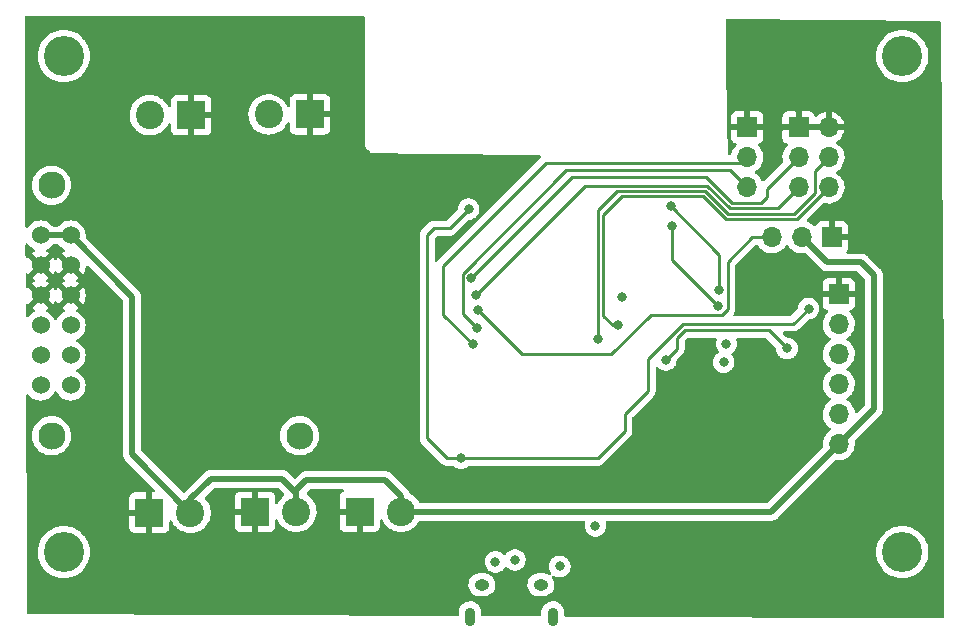
<source format=gbr>
%TF.GenerationSoftware,KiCad,Pcbnew,(6.0.0-0)*%
%TF.CreationDate,2022-09-02T10:43:53-04:00*%
%TF.ProjectId,Dome_Controller,446f6d65-5f43-46f6-9e74-726f6c6c6572,rev?*%
%TF.SameCoordinates,Original*%
%TF.FileFunction,Copper,L4,Bot*%
%TF.FilePolarity,Positive*%
%FSLAX46Y46*%
G04 Gerber Fmt 4.6, Leading zero omitted, Abs format (unit mm)*
G04 Created by KiCad (PCBNEW (6.0.0-0)) date 2022-09-02 10:43:53*
%MOMM*%
%LPD*%
G01*
G04 APERTURE LIST*
%TA.AperFunction,ComponentPad*%
%ADD10R,2.400000X2.400000*%
%TD*%
%TA.AperFunction,ComponentPad*%
%ADD11C,2.400000*%
%TD*%
%TA.AperFunction,ComponentPad*%
%ADD12O,0.890000X1.550000*%
%TD*%
%TA.AperFunction,ComponentPad*%
%ADD13O,1.250000X0.950000*%
%TD*%
%TA.AperFunction,WasherPad*%
%ADD14C,3.400000*%
%TD*%
%TA.AperFunction,ComponentPad*%
%ADD15R,1.700000X1.700000*%
%TD*%
%TA.AperFunction,ComponentPad*%
%ADD16O,1.700000X1.700000*%
%TD*%
%TA.AperFunction,ComponentPad*%
%ADD17C,1.524000*%
%TD*%
%TA.AperFunction,ComponentPad*%
%ADD18C,2.300000*%
%TD*%
%TA.AperFunction,ViaPad*%
%ADD19C,0.800000*%
%TD*%
%TA.AperFunction,Conductor*%
%ADD20C,0.254000*%
%TD*%
%TA.AperFunction,Conductor*%
%ADD21C,0.500000*%
%TD*%
G04 APERTURE END LIST*
D10*
%TO.P,J5,1,Pin_1*%
%TO.N,GND*%
X87780000Y-66000000D03*
D11*
%TO.P,J5,2,Pin_2*%
%TO.N,+12V*%
X84280000Y-66000000D03*
%TD*%
D10*
%TO.P,J8,1,Pin_1*%
%TO.N,GND*%
X93190000Y-99570000D03*
D11*
%TO.P,J8,2,Pin_2*%
%TO.N,+5V*%
X96690000Y-99570000D03*
%TD*%
D12*
%TO.P,J1,6,Shield*%
%TO.N,unconnected-(J1-Pad6)*%
X118400000Y-108450000D03*
D13*
X117400000Y-105750000D03*
X112400000Y-105750000D03*
D12*
X111400000Y-108450000D03*
%TD*%
D10*
%TO.P,J9,1,Pin_1*%
%TO.N,GND*%
X102060000Y-99570000D03*
D11*
%TO.P,J9,2,Pin_2*%
%TO.N,+5V*%
X105560000Y-99570000D03*
%TD*%
D14*
%TO.P,REF\u002A\u002A,*%
%TO.N,*%
X77000000Y-61000000D03*
%TD*%
D15*
%TO.P,J3,1,Pin_1*%
%TO.N,GND*%
X139210000Y-67040000D03*
D16*
%TO.P,J3,2,Pin_2*%
X141750000Y-67040000D03*
%TO.P,J3,3,Pin_3*%
%TO.N,RX_RS*%
X139210000Y-69580000D03*
%TO.P,J3,4,Pin_4*%
%TO.N,RX_HP*%
X141750000Y-69580000D03*
%TO.P,J3,5,Pin_5*%
%TO.N,TX_RS*%
X139210000Y-72120000D03*
%TO.P,J3,6,Pin_6*%
%TO.N,TX_HP*%
X141750000Y-72120000D03*
%TD*%
D14*
%TO.P,REF\u002A\u002A,*%
%TO.N,*%
X77000000Y-103000000D03*
%TD*%
D15*
%TO.P,J2,1,Pin_1*%
%TO.N,GND*%
X142610000Y-81150000D03*
D16*
%TO.P,J2,2,Pin_2*%
%TO.N,unconnected-(J2-Pad2)*%
X142610000Y-83690000D03*
%TO.P,J2,3,Pin_3*%
%TO.N,SCL*%
X142610000Y-86230000D03*
%TO.P,J2,4,Pin_4*%
%TO.N,SDA*%
X142610000Y-88770000D03*
%TO.P,J2,5,Pin_5*%
%TO.N,+3.3V*%
X142610000Y-91310000D03*
%TO.P,J2,6,Pin_6*%
%TO.N,+5V*%
X142610000Y-93850000D03*
%TD*%
D14*
%TO.P,REF\u002A\u002A,*%
%TO.N,*%
X148000000Y-103000000D03*
%TD*%
D15*
%TO.P,J4,1,Pin_1*%
%TO.N,GND*%
X142050000Y-76320000D03*
D16*
%TO.P,J4,2,Pin_2*%
%TO.N,+5V*%
X139510000Y-76320000D03*
%TO.P,J4,3,Pin_3*%
%TO.N,CL_D*%
X136970000Y-76320000D03*
%TD*%
D14*
%TO.P,REF\u002A\u002A,*%
%TO.N,*%
X148000000Y-61000000D03*
%TD*%
D15*
%TO.P,J10,1,Pin_1*%
%TO.N,GND*%
X134870000Y-67020000D03*
D16*
%TO.P,J10,2,Pin_2*%
%TO.N,RX_FU*%
X134870000Y-69560000D03*
%TO.P,J10,3,Pin_3*%
%TO.N,TX_FU*%
X134870000Y-72100000D03*
%TD*%
D10*
%TO.P,J7,1,Pin_1*%
%TO.N,GND*%
X84230000Y-99650000D03*
D11*
%TO.P,J7,2,Pin_2*%
%TO.N,+5V*%
X87730000Y-99650000D03*
%TD*%
D17*
%TO.P,U6,1,VOUT*%
%TO.N,+5V*%
X75035000Y-76185000D03*
%TO.P,U6,2,GND*%
%TO.N,GND*%
X75035000Y-78725000D03*
%TO.P,U6,3,GND*%
X75035000Y-81265000D03*
%TO.P,U6,4,VIN*%
%TO.N,+12V*%
X75035000Y-83805000D03*
%TO.P,U6,5,VRP*%
%TO.N,unconnected-(U6-Pad5)*%
X75035000Y-86345000D03*
%TO.P,U6,6,EN*%
%TO.N,unconnected-(U6-Pad6)*%
X75035000Y-88885000D03*
%TO.P,U6,7,PG*%
%TO.N,unconnected-(U6-Pad7)*%
X77575000Y-88885000D03*
%TO.P,U6,8,VRP*%
%TO.N,unconnected-(U6-Pad8)*%
X77575000Y-86345000D03*
%TO.P,U6,9,VIN*%
%TO.N,+12V*%
X77575000Y-83805000D03*
%TO.P,U6,10,GND*%
%TO.N,GND*%
X77575000Y-81265000D03*
%TO.P,U6,11,GND*%
X77575000Y-78725000D03*
%TO.P,U6,12,VOUT*%
%TO.N,+5V*%
X77575000Y-76185000D03*
D18*
%TO.P,U6,13*%
%TO.N,N/C*%
X75965000Y-71935000D03*
%TO.P,U6,14*%
X75965000Y-93135000D03*
%TO.P,U6,15*%
X96965000Y-93135000D03*
%TD*%
D10*
%TO.P,J6,1,Pin_1*%
%TO.N,GND*%
X97850000Y-65930000D03*
D11*
%TO.P,J6,2,Pin_2*%
%TO.N,+12V*%
X94350000Y-65930000D03*
%TD*%
D19*
%TO.N,RX_FU*%
X111650000Y-85410000D03*
%TO.N,D-*%
X132870000Y-86910000D03*
X113545000Y-103815000D03*
%TO.N,D+*%
X133110000Y-85340000D03*
X115200000Y-103660000D03*
%TO.N,+5V*%
X118995000Y-104205000D03*
%TO.N,RX_RS*%
X111490000Y-79760000D03*
%TO.N,RX_HP*%
X122220000Y-84920000D03*
%TO.N,TX_RS*%
X111890000Y-81220000D03*
%TO.N,TX_HP*%
X123940000Y-83780000D03*
%TO.N,CL_D*%
X112090000Y-82520000D03*
%TO.N,ST_LED_D*%
X124270000Y-81410000D03*
X122020000Y-100770000D03*
%TO.N,TX_FU*%
X111960000Y-84020000D03*
%TO.N,GPIO0*%
X127970000Y-86730000D03*
X138230000Y-85740000D03*
%TO.N,TXD0*%
X128480000Y-75350000D03*
X132412337Y-82183784D03*
%TO.N,RXD0*%
X132480000Y-80810000D03*
X128400000Y-73720000D03*
%TO.N,RESET*%
X110635000Y-95045000D03*
X111280000Y-73950000D03*
X140055000Y-82385000D03*
%TD*%
D20*
%TO.N,RX_FU*%
X109120000Y-82880000D02*
X111650000Y-85410000D01*
X109120000Y-78750000D02*
X109120000Y-82880000D01*
X117850000Y-70020000D02*
X109120000Y-78750000D01*
X134410000Y-70020000D02*
X117850000Y-70020000D01*
X134870000Y-69560000D02*
X134410000Y-70020000D01*
D21*
%TO.N,+5V*%
X75035000Y-76185000D02*
X77575000Y-76185000D01*
X97550000Y-96900000D02*
X104220000Y-96900000D01*
X87730000Y-98530000D02*
X89460000Y-96800000D01*
X136890000Y-99570000D02*
X142610000Y-93850000D01*
X96690000Y-97760000D02*
X97550000Y-96900000D01*
X145580000Y-90880000D02*
X145580000Y-79550000D01*
X104220000Y-96900000D02*
X105560000Y-98240000D01*
X145580000Y-79550000D02*
X144500000Y-78470000D01*
X105560000Y-98240000D02*
X105560000Y-99570000D01*
X87730000Y-99650000D02*
X87730000Y-98530000D01*
X144500000Y-78470000D02*
X141660000Y-78470000D01*
X82800000Y-94720000D02*
X87730000Y-99650000D01*
X96690000Y-99570000D02*
X96690000Y-97760000D01*
X95460000Y-96800000D02*
X96690000Y-98030000D01*
X77575000Y-76185000D02*
X82800000Y-81410000D01*
X89460000Y-96800000D02*
X95460000Y-96800000D01*
X142610000Y-93850000D02*
X145580000Y-90880000D01*
X105560000Y-99570000D02*
X136890000Y-99570000D01*
X141660000Y-78470000D02*
X139510000Y-76320000D01*
X96690000Y-98030000D02*
X96690000Y-99570000D01*
X82800000Y-81410000D02*
X82800000Y-94720000D01*
D20*
%TO.N,RX_RS*%
X136570000Y-72890000D02*
X136570000Y-72220000D01*
X136020000Y-73440000D02*
X136570000Y-72890000D01*
X111490000Y-79760000D02*
X120020000Y-71230000D01*
X120020000Y-71230000D02*
X131400000Y-71230000D01*
X136570000Y-72220000D02*
X139210000Y-69580000D01*
X131400000Y-71230000D02*
X133610000Y-73440000D01*
X133610000Y-73440000D02*
X136020000Y-73440000D01*
%TO.N,RX_HP*%
X140573489Y-72607328D02*
X140573489Y-70756511D01*
X138833777Y-74347040D02*
X140573489Y-72607328D01*
X122220000Y-84920000D02*
X122220000Y-74040000D01*
X133234292Y-74347040D02*
X138833777Y-74347040D01*
X131300772Y-72413520D02*
X133234292Y-74347040D01*
X122220000Y-74040000D02*
X123846480Y-72413520D01*
X140573489Y-70756511D02*
X141750000Y-69580000D01*
X123846480Y-72413520D02*
X131300772Y-72413520D01*
%TO.N,TX_RS*%
X133422146Y-73893520D02*
X131488626Y-71960000D01*
X137436480Y-73893520D02*
X133422146Y-73893520D01*
X139210000Y-72120000D02*
X137436480Y-73893520D01*
X121150000Y-71960000D02*
X111890000Y-81220000D01*
X131488626Y-71960000D02*
X121150000Y-71960000D01*
%TO.N,TX_HP*%
X124252960Y-72867040D02*
X131112918Y-72867040D01*
X123490000Y-83780000D02*
X122673520Y-82963520D01*
X122673520Y-82963520D02*
X122673520Y-74446480D01*
X123940000Y-83780000D02*
X123490000Y-83780000D01*
X131112918Y-72867040D02*
X133046438Y-74800560D01*
X139069440Y-74800560D02*
X141750000Y-72120000D01*
X122673520Y-74446480D02*
X124252960Y-72867040D01*
X133046438Y-74800560D02*
X139069440Y-74800560D01*
%TO.N,CL_D*%
X115830000Y-86260000D02*
X112090000Y-82520000D01*
X136970000Y-76320000D02*
X135310000Y-76320000D01*
X133206511Y-82417053D02*
X132713269Y-82910295D01*
X123340000Y-86260000D02*
X115830000Y-86260000D01*
X135310000Y-76320000D02*
X133206511Y-78423489D01*
X132713269Y-82910295D02*
X126689705Y-82910295D01*
X133206511Y-78423489D02*
X133206511Y-82417053D01*
X126689705Y-82910295D02*
X123340000Y-86260000D01*
%TO.N,TX_FU*%
X110763489Y-82823489D02*
X110763489Y-79456511D01*
X133440000Y-70670000D02*
X134870000Y-72100000D01*
X111960000Y-84020000D02*
X110763489Y-82823489D01*
X119550000Y-70670000D02*
X133440000Y-70670000D01*
X110763489Y-79456511D02*
X119550000Y-70670000D01*
%TO.N,GPIO0*%
X128930000Y-85770000D02*
X128930000Y-84830000D01*
X127970000Y-86730000D02*
X128930000Y-85770000D01*
X136690000Y-84200000D02*
X138230000Y-85740000D01*
X129560000Y-84200000D02*
X136690000Y-84200000D01*
X128930000Y-84830000D02*
X129560000Y-84200000D01*
%TO.N,TXD0*%
X128480000Y-78251447D02*
X132412337Y-82183784D01*
X128480000Y-75350000D02*
X128480000Y-78251447D01*
%TO.N,RXD0*%
X132480000Y-77800000D02*
X132480000Y-80810000D01*
X128400000Y-73720000D02*
X132480000Y-77800000D01*
%TO.N,RESET*%
X107760000Y-93360000D02*
X109445000Y-95045000D01*
X122215000Y-95045000D02*
X110635000Y-95045000D01*
X126470000Y-86648626D02*
X126470000Y-89320000D01*
X109445000Y-95045000D02*
X110635000Y-95045000D01*
X107760000Y-76180000D02*
X107760000Y-93360000D01*
X111280000Y-73950000D02*
X109660000Y-75570000D01*
X140055000Y-82385000D02*
X138780000Y-83660000D01*
X124490000Y-91300000D02*
X124490000Y-92770000D01*
X108370000Y-75570000D02*
X107760000Y-76180000D01*
X129458626Y-83660000D02*
X126470000Y-86648626D01*
X138780000Y-83660000D02*
X129458626Y-83660000D01*
X109660000Y-75570000D02*
X108370000Y-75570000D01*
X124490000Y-92770000D02*
X122215000Y-95045000D01*
X126470000Y-89320000D02*
X124490000Y-91300000D01*
%TD*%
%TA.AperFunction,Conductor*%
%TO.N,GND*%
G36*
X151145992Y-58018912D02*
G01*
X151213934Y-58039511D01*
X151259954Y-58093572D01*
X151270883Y-58144008D01*
X151485109Y-88242815D01*
X151491997Y-89210579D01*
X151492000Y-89211476D01*
X151492000Y-108472776D01*
X151471998Y-108540897D01*
X151418342Y-108587390D01*
X151365417Y-108598775D01*
X119478914Y-108451133D01*
X119410889Y-108430816D01*
X119364645Y-108376946D01*
X119353500Y-108325135D01*
X119353500Y-108071592D01*
X119338842Y-107927284D01*
X119280915Y-107742439D01*
X119187003Y-107573018D01*
X119119063Y-107493751D01*
X119065102Y-107430793D01*
X119065100Y-107430791D01*
X119060943Y-107425941D01*
X118972443Y-107357293D01*
X118912933Y-107311132D01*
X118912930Y-107311130D01*
X118907884Y-107307216D01*
X118734077Y-107221693D01*
X118727907Y-107220086D01*
X118727902Y-107220084D01*
X118552806Y-107174475D01*
X118552803Y-107174475D01*
X118546624Y-107172865D01*
X118455938Y-107168112D01*
X118359563Y-107163061D01*
X118359559Y-107163061D01*
X118353182Y-107162727D01*
X118199678Y-107185942D01*
X118167965Y-107190738D01*
X118167964Y-107190738D01*
X118161651Y-107191693D01*
X118155663Y-107193896D01*
X118155660Y-107193897D01*
X118088735Y-107218521D01*
X117979858Y-107258581D01*
X117974442Y-107261939D01*
X117974438Y-107261941D01*
X117820650Y-107357293D01*
X117820646Y-107357296D01*
X117815227Y-107360656D01*
X117674483Y-107493751D01*
X117563377Y-107652427D01*
X117486446Y-107830204D01*
X117446833Y-108019818D01*
X117446500Y-108026172D01*
X117446500Y-108315138D01*
X117426498Y-108383259D01*
X117372842Y-108429752D01*
X117319919Y-108441137D01*
X112478916Y-108418722D01*
X112410889Y-108398404D01*
X112364645Y-108344534D01*
X112353500Y-108292723D01*
X112353500Y-108071592D01*
X112338842Y-107927284D01*
X112280915Y-107742439D01*
X112187003Y-107573018D01*
X112119063Y-107493751D01*
X112065102Y-107430793D01*
X112065100Y-107430791D01*
X112060943Y-107425941D01*
X111972443Y-107357293D01*
X111912933Y-107311132D01*
X111912930Y-107311130D01*
X111907884Y-107307216D01*
X111734077Y-107221693D01*
X111727907Y-107220086D01*
X111727902Y-107220084D01*
X111552806Y-107174475D01*
X111552803Y-107174475D01*
X111546624Y-107172865D01*
X111455938Y-107168112D01*
X111359563Y-107163061D01*
X111359559Y-107163061D01*
X111353182Y-107162727D01*
X111199678Y-107185942D01*
X111167965Y-107190738D01*
X111167964Y-107190738D01*
X111161651Y-107191693D01*
X111155663Y-107193896D01*
X111155660Y-107193897D01*
X111088735Y-107218521D01*
X110979858Y-107258581D01*
X110974442Y-107261939D01*
X110974438Y-107261941D01*
X110820650Y-107357293D01*
X110820646Y-107357296D01*
X110815227Y-107360656D01*
X110674483Y-107493751D01*
X110563377Y-107652427D01*
X110486446Y-107830204D01*
X110446833Y-108019818D01*
X110446500Y-108026172D01*
X110446500Y-108282726D01*
X110426498Y-108350847D01*
X110372842Y-108397340D01*
X110319917Y-108408725D01*
X74004923Y-108240578D01*
X73936895Y-108220260D01*
X73890651Y-108166390D01*
X73879507Y-108115077D01*
X73870355Y-105798292D01*
X111262608Y-105798292D01*
X111292486Y-105995848D01*
X111361477Y-106183361D01*
X111466765Y-106353172D01*
X111604047Y-106498344D01*
X111767716Y-106612946D01*
X111951086Y-106692298D01*
X112146666Y-106733156D01*
X112151522Y-106733411D01*
X112151561Y-106733413D01*
X112151577Y-106733413D01*
X112153229Y-106733500D01*
X112599934Y-106733500D01*
X112629230Y-106730524D01*
X112742434Y-106719026D01*
X112742438Y-106719025D01*
X112748780Y-106718381D01*
X112882042Y-106676619D01*
X112933349Y-106660540D01*
X112933350Y-106660539D01*
X112939440Y-106658631D01*
X113114191Y-106561765D01*
X113265896Y-106431739D01*
X113269805Y-106426700D01*
X113384445Y-106278907D01*
X113384447Y-106278904D01*
X113388357Y-106273863D01*
X113476571Y-106094589D01*
X113526935Y-105901238D01*
X113532330Y-105798292D01*
X116262608Y-105798292D01*
X116292486Y-105995848D01*
X116361477Y-106183361D01*
X116466765Y-106353172D01*
X116604047Y-106498344D01*
X116767716Y-106612946D01*
X116951086Y-106692298D01*
X117146666Y-106733156D01*
X117151522Y-106733411D01*
X117151561Y-106733413D01*
X117151577Y-106733413D01*
X117153229Y-106733500D01*
X117599934Y-106733500D01*
X117629230Y-106730524D01*
X117742434Y-106719026D01*
X117742438Y-106719025D01*
X117748780Y-106718381D01*
X117882042Y-106676619D01*
X117933349Y-106660540D01*
X117933350Y-106660539D01*
X117939440Y-106658631D01*
X118114191Y-106561765D01*
X118265896Y-106431739D01*
X118269805Y-106426700D01*
X118384445Y-106278907D01*
X118384447Y-106278904D01*
X118388357Y-106273863D01*
X118476571Y-106094589D01*
X118526935Y-105901238D01*
X118537392Y-105701708D01*
X118507514Y-105504152D01*
X118438523Y-105316639D01*
X118435160Y-105311215D01*
X118435158Y-105311211D01*
X118333555Y-105147342D01*
X118314658Y-105078907D01*
X118335759Y-105011119D01*
X118390160Y-104965500D01*
X118460589Y-104956535D01*
X118514704Y-104979012D01*
X118532904Y-104992236D01*
X118532906Y-104992237D01*
X118538248Y-104996118D01*
X118544276Y-104998802D01*
X118544278Y-104998803D01*
X118706681Y-105071109D01*
X118712712Y-105073794D01*
X118806113Y-105093647D01*
X118893056Y-105112128D01*
X118893061Y-105112128D01*
X118899513Y-105113500D01*
X119090487Y-105113500D01*
X119096939Y-105112128D01*
X119096944Y-105112128D01*
X119183887Y-105093647D01*
X119277288Y-105073794D01*
X119283319Y-105071109D01*
X119445722Y-104998803D01*
X119445724Y-104998802D01*
X119451752Y-104996118D01*
X119606253Y-104883866D01*
X119641731Y-104844464D01*
X119729621Y-104746852D01*
X119729622Y-104746851D01*
X119734040Y-104741944D01*
X119829527Y-104576556D01*
X119888542Y-104394928D01*
X119893219Y-104350434D01*
X119907814Y-104211565D01*
X119908504Y-104205000D01*
X119888542Y-104015072D01*
X119829527Y-103833444D01*
X119734040Y-103668056D01*
X119726787Y-103660000D01*
X119610675Y-103531045D01*
X119610674Y-103531044D01*
X119606253Y-103526134D01*
X119501091Y-103449729D01*
X119457094Y-103417763D01*
X119457093Y-103417762D01*
X119451752Y-103413882D01*
X119445724Y-103411198D01*
X119445722Y-103411197D01*
X119283319Y-103338891D01*
X119283318Y-103338891D01*
X119277288Y-103336206D01*
X119183887Y-103316353D01*
X119096944Y-103297872D01*
X119096939Y-103297872D01*
X119090487Y-103296500D01*
X118899513Y-103296500D01*
X118893061Y-103297872D01*
X118893056Y-103297872D01*
X118806112Y-103316353D01*
X118712712Y-103336206D01*
X118706682Y-103338891D01*
X118706681Y-103338891D01*
X118544278Y-103411197D01*
X118544276Y-103411198D01*
X118538248Y-103413882D01*
X118532907Y-103417762D01*
X118532906Y-103417763D01*
X118488909Y-103449729D01*
X118383747Y-103526134D01*
X118379326Y-103531044D01*
X118379325Y-103531045D01*
X118263214Y-103660000D01*
X118255960Y-103668056D01*
X118160473Y-103833444D01*
X118101458Y-104015072D01*
X118081496Y-104205000D01*
X118082186Y-104211565D01*
X118096782Y-104350434D01*
X118101458Y-104394928D01*
X118160473Y-104576556D01*
X118163776Y-104582278D01*
X118163777Y-104582279D01*
X118179091Y-104608803D01*
X118255960Y-104741944D01*
X118260379Y-104746851D01*
X118261357Y-104748198D01*
X118285216Y-104815066D01*
X118269135Y-104884218D01*
X118218221Y-104933698D01*
X118148638Y-104947797D01*
X118087151Y-104925473D01*
X118032284Y-104887054D01*
X117848914Y-104807702D01*
X117653334Y-104766844D01*
X117648478Y-104766589D01*
X117648439Y-104766587D01*
X117648423Y-104766587D01*
X117646771Y-104766500D01*
X117200066Y-104766500D01*
X117186933Y-104767834D01*
X117057566Y-104780974D01*
X117057562Y-104780975D01*
X117051220Y-104781619D01*
X116959898Y-104810238D01*
X116866651Y-104839460D01*
X116866650Y-104839461D01*
X116860560Y-104841369D01*
X116685809Y-104938235D01*
X116680960Y-104942391D01*
X116559972Y-105046090D01*
X116534104Y-105068261D01*
X116530197Y-105073298D01*
X116530195Y-105073300D01*
X116415555Y-105221093D01*
X116415553Y-105221096D01*
X116411643Y-105226137D01*
X116323429Y-105405411D01*
X116273065Y-105598762D01*
X116262608Y-105798292D01*
X113532330Y-105798292D01*
X113537392Y-105701708D01*
X113507514Y-105504152D01*
X113438523Y-105316639D01*
X113333235Y-105146828D01*
X113323467Y-105136498D01*
X113200335Y-105006290D01*
X113195953Y-105001656D01*
X113032284Y-104887054D01*
X112848914Y-104807702D01*
X112653334Y-104766844D01*
X112648478Y-104766589D01*
X112648439Y-104766587D01*
X112648423Y-104766587D01*
X112646771Y-104766500D01*
X112200066Y-104766500D01*
X112186933Y-104767834D01*
X112057566Y-104780974D01*
X112057562Y-104780975D01*
X112051220Y-104781619D01*
X111959898Y-104810238D01*
X111866651Y-104839460D01*
X111866650Y-104839461D01*
X111860560Y-104841369D01*
X111685809Y-104938235D01*
X111680960Y-104942391D01*
X111559972Y-105046090D01*
X111534104Y-105068261D01*
X111530197Y-105073298D01*
X111530195Y-105073300D01*
X111415555Y-105221093D01*
X111415553Y-105221096D01*
X111411643Y-105226137D01*
X111323429Y-105405411D01*
X111273065Y-105598762D01*
X111262608Y-105798292D01*
X73870355Y-105798292D01*
X73859301Y-103000000D01*
X74786761Y-103000000D01*
X74787031Y-103004119D01*
X74796006Y-103141041D01*
X74805696Y-103288886D01*
X74806500Y-103292926D01*
X74806500Y-103292929D01*
X74852115Y-103522251D01*
X74862175Y-103572828D01*
X74863501Y-103576734D01*
X74863502Y-103576738D01*
X74952776Y-103839729D01*
X74955234Y-103846970D01*
X75083279Y-104106619D01*
X75244119Y-104347335D01*
X75246831Y-104350427D01*
X75246836Y-104350434D01*
X75400901Y-104526109D01*
X75435004Y-104564996D01*
X75438093Y-104567705D01*
X75649565Y-104753163D01*
X75649571Y-104753168D01*
X75652665Y-104755881D01*
X75893380Y-104916721D01*
X75897079Y-104918545D01*
X75897084Y-104918548D01*
X76149335Y-105042944D01*
X76153030Y-105044766D01*
X76156928Y-105046089D01*
X76156930Y-105046090D01*
X76423262Y-105136498D01*
X76423266Y-105136499D01*
X76427172Y-105137825D01*
X76431216Y-105138629D01*
X76431222Y-105138631D01*
X76707071Y-105193500D01*
X76707074Y-105193500D01*
X76711114Y-105194304D01*
X76715225Y-105194573D01*
X76715229Y-105194574D01*
X76995881Y-105212969D01*
X77000000Y-105213239D01*
X77004119Y-105212969D01*
X77284771Y-105194574D01*
X77284775Y-105194573D01*
X77288886Y-105194304D01*
X77292926Y-105193500D01*
X77292929Y-105193500D01*
X77568778Y-105138631D01*
X77568784Y-105138629D01*
X77572828Y-105137825D01*
X77576734Y-105136499D01*
X77576738Y-105136498D01*
X77843070Y-105046090D01*
X77843072Y-105046089D01*
X77846970Y-105044766D01*
X77850665Y-105042944D01*
X78102916Y-104918548D01*
X78102921Y-104918545D01*
X78106620Y-104916721D01*
X78347335Y-104755881D01*
X78350429Y-104753168D01*
X78350435Y-104753163D01*
X78561907Y-104567705D01*
X78564996Y-104564996D01*
X78599099Y-104526109D01*
X78753164Y-104350434D01*
X78753169Y-104350427D01*
X78755881Y-104347335D01*
X78916721Y-104106619D01*
X79044766Y-103846970D01*
X79047224Y-103839729D01*
X79055618Y-103815000D01*
X112631496Y-103815000D01*
X112651458Y-104004928D01*
X112710473Y-104186556D01*
X112713776Y-104192278D01*
X112713777Y-104192279D01*
X112717331Y-104198435D01*
X112805960Y-104351944D01*
X112810378Y-104356851D01*
X112810379Y-104356852D01*
X112897674Y-104453803D01*
X112933747Y-104493866D01*
X113027397Y-104561907D01*
X113055437Y-104582279D01*
X113088248Y-104606118D01*
X113094276Y-104608802D01*
X113094278Y-104608803D01*
X113256681Y-104681109D01*
X113262712Y-104683794D01*
X113356113Y-104703647D01*
X113443056Y-104722128D01*
X113443061Y-104722128D01*
X113449513Y-104723500D01*
X113640487Y-104723500D01*
X113646939Y-104722128D01*
X113646944Y-104722128D01*
X113733887Y-104703647D01*
X113827288Y-104683794D01*
X113833319Y-104681109D01*
X113995722Y-104608803D01*
X113995724Y-104608802D01*
X114001752Y-104606118D01*
X114034564Y-104582279D01*
X114062603Y-104561907D01*
X114156253Y-104493866D01*
X114192326Y-104453803D01*
X114279621Y-104356852D01*
X114279622Y-104356851D01*
X114284040Y-104351944D01*
X114320976Y-104287969D01*
X114372358Y-104238976D01*
X114442072Y-104225540D01*
X114507983Y-104251926D01*
X114523729Y-104266656D01*
X114588747Y-104338866D01*
X114743248Y-104451118D01*
X114749276Y-104453802D01*
X114749278Y-104453803D01*
X114839262Y-104493866D01*
X114917712Y-104528794D01*
X115011112Y-104548647D01*
X115098056Y-104567128D01*
X115098061Y-104567128D01*
X115104513Y-104568500D01*
X115295487Y-104568500D01*
X115301939Y-104567128D01*
X115301944Y-104567128D01*
X115388888Y-104548647D01*
X115482288Y-104528794D01*
X115560738Y-104493866D01*
X115650722Y-104453803D01*
X115650724Y-104453802D01*
X115656752Y-104451118D01*
X115811253Y-104338866D01*
X115925875Y-104211565D01*
X115934621Y-104201852D01*
X115934622Y-104201851D01*
X115939040Y-104196944D01*
X116034527Y-104031556D01*
X116093542Y-103849928D01*
X116113504Y-103660000D01*
X116103916Y-103568778D01*
X116094232Y-103476635D01*
X116094232Y-103476633D01*
X116093542Y-103470072D01*
X116034527Y-103288444D01*
X116028530Y-103278056D01*
X115949426Y-103141045D01*
X115939040Y-103123056D01*
X115849744Y-103023882D01*
X115828240Y-103000000D01*
X145786761Y-103000000D01*
X145787031Y-103004119D01*
X145796006Y-103141041D01*
X145805696Y-103288886D01*
X145806500Y-103292926D01*
X145806500Y-103292929D01*
X145852115Y-103522251D01*
X145862175Y-103572828D01*
X145863501Y-103576734D01*
X145863502Y-103576738D01*
X145952776Y-103839729D01*
X145955234Y-103846970D01*
X146083279Y-104106619D01*
X146244119Y-104347335D01*
X146246831Y-104350427D01*
X146246836Y-104350434D01*
X146400901Y-104526109D01*
X146435004Y-104564996D01*
X146438093Y-104567705D01*
X146649565Y-104753163D01*
X146649571Y-104753168D01*
X146652665Y-104755881D01*
X146893380Y-104916721D01*
X146897079Y-104918545D01*
X146897084Y-104918548D01*
X147149335Y-105042944D01*
X147153030Y-105044766D01*
X147156928Y-105046089D01*
X147156930Y-105046090D01*
X147423262Y-105136498D01*
X147423266Y-105136499D01*
X147427172Y-105137825D01*
X147431216Y-105138629D01*
X147431222Y-105138631D01*
X147707071Y-105193500D01*
X147707074Y-105193500D01*
X147711114Y-105194304D01*
X147715225Y-105194573D01*
X147715229Y-105194574D01*
X147995881Y-105212969D01*
X148000000Y-105213239D01*
X148004119Y-105212969D01*
X148284771Y-105194574D01*
X148284775Y-105194573D01*
X148288886Y-105194304D01*
X148292926Y-105193500D01*
X148292929Y-105193500D01*
X148568778Y-105138631D01*
X148568784Y-105138629D01*
X148572828Y-105137825D01*
X148576734Y-105136499D01*
X148576738Y-105136498D01*
X148843070Y-105046090D01*
X148843072Y-105046089D01*
X148846970Y-105044766D01*
X148850665Y-105042944D01*
X149102916Y-104918548D01*
X149102921Y-104918545D01*
X149106620Y-104916721D01*
X149347335Y-104755881D01*
X149350429Y-104753168D01*
X149350435Y-104753163D01*
X149561907Y-104567705D01*
X149564996Y-104564996D01*
X149599099Y-104526109D01*
X149753164Y-104350434D01*
X149753169Y-104350427D01*
X149755881Y-104347335D01*
X149916721Y-104106619D01*
X150044766Y-103846970D01*
X150047224Y-103839729D01*
X150136498Y-103576738D01*
X150136499Y-103576734D01*
X150137825Y-103572828D01*
X150147886Y-103522251D01*
X150193500Y-103292929D01*
X150193500Y-103292926D01*
X150194304Y-103288886D01*
X150203995Y-103141041D01*
X150212969Y-103004119D01*
X150213239Y-103000000D01*
X150209623Y-102944834D01*
X150194574Y-102715229D01*
X150194573Y-102715225D01*
X150194304Y-102711114D01*
X150137825Y-102427172D01*
X150044766Y-102153030D01*
X149916721Y-101893381D01*
X149755881Y-101652665D01*
X149753169Y-101649573D01*
X149753164Y-101649566D01*
X149567705Y-101438093D01*
X149564996Y-101435004D01*
X149482033Y-101362247D01*
X149350435Y-101246837D01*
X149350429Y-101246832D01*
X149347335Y-101244119D01*
X149106620Y-101083279D01*
X149102921Y-101081455D01*
X149102916Y-101081452D01*
X148850665Y-100957056D01*
X148850663Y-100957055D01*
X148846970Y-100955234D01*
X148688646Y-100901490D01*
X148576738Y-100863502D01*
X148576734Y-100863501D01*
X148572828Y-100862175D01*
X148568784Y-100861371D01*
X148568778Y-100861369D01*
X148292929Y-100806500D01*
X148292926Y-100806500D01*
X148288886Y-100805696D01*
X148284775Y-100805427D01*
X148284771Y-100805426D01*
X148004119Y-100787031D01*
X148000000Y-100786761D01*
X147995881Y-100787031D01*
X147715229Y-100805426D01*
X147715225Y-100805427D01*
X147711114Y-100805696D01*
X147707074Y-100806500D01*
X147707071Y-100806500D01*
X147431222Y-100861369D01*
X147431216Y-100861371D01*
X147427172Y-100862175D01*
X147423266Y-100863501D01*
X147423262Y-100863502D01*
X147311354Y-100901490D01*
X147153030Y-100955234D01*
X147149337Y-100957055D01*
X147149335Y-100957056D01*
X147130781Y-100966206D01*
X146893381Y-101083279D01*
X146652665Y-101244119D01*
X146649573Y-101246831D01*
X146649566Y-101246836D01*
X146517967Y-101362247D01*
X146435004Y-101435004D01*
X146432295Y-101438093D01*
X146246836Y-101649566D01*
X146246831Y-101649573D01*
X146244119Y-101652665D01*
X146083279Y-101893381D01*
X145955234Y-102153030D01*
X145862175Y-102427172D01*
X145805696Y-102711114D01*
X145805427Y-102715225D01*
X145805426Y-102715229D01*
X145790377Y-102944834D01*
X145786761Y-103000000D01*
X115828240Y-103000000D01*
X115815675Y-102986045D01*
X115815674Y-102986044D01*
X115811253Y-102981134D01*
X115656752Y-102868882D01*
X115650724Y-102866198D01*
X115650722Y-102866197D01*
X115488319Y-102793891D01*
X115488318Y-102793891D01*
X115482288Y-102791206D01*
X115388887Y-102771353D01*
X115301944Y-102752872D01*
X115301939Y-102752872D01*
X115295487Y-102751500D01*
X115104513Y-102751500D01*
X115098061Y-102752872D01*
X115098056Y-102752872D01*
X115011112Y-102771353D01*
X114917712Y-102791206D01*
X114911682Y-102793891D01*
X114911681Y-102793891D01*
X114749278Y-102866197D01*
X114749276Y-102866198D01*
X114743248Y-102868882D01*
X114588747Y-102981134D01*
X114584326Y-102986044D01*
X114584325Y-102986045D01*
X114550257Y-103023882D01*
X114460960Y-103123056D01*
X114450574Y-103141045D01*
X114424024Y-103187031D01*
X114372642Y-103236024D01*
X114302928Y-103249460D01*
X114237017Y-103223074D01*
X114221269Y-103208342D01*
X114156253Y-103136134D01*
X114001752Y-103023882D01*
X113995724Y-103021198D01*
X113995722Y-103021197D01*
X113833319Y-102948891D01*
X113833318Y-102948891D01*
X113827288Y-102946206D01*
X113733887Y-102926353D01*
X113646944Y-102907872D01*
X113646939Y-102907872D01*
X113640487Y-102906500D01*
X113449513Y-102906500D01*
X113443061Y-102907872D01*
X113443056Y-102907872D01*
X113356112Y-102926353D01*
X113262712Y-102946206D01*
X113256682Y-102948891D01*
X113256681Y-102948891D01*
X113094278Y-103021197D01*
X113094276Y-103021198D01*
X113088248Y-103023882D01*
X112933747Y-103136134D01*
X112805960Y-103278056D01*
X112710473Y-103443444D01*
X112651458Y-103625072D01*
X112631496Y-103815000D01*
X79055618Y-103815000D01*
X79136498Y-103576738D01*
X79136499Y-103576734D01*
X79137825Y-103572828D01*
X79147886Y-103522251D01*
X79193500Y-103292929D01*
X79193500Y-103292926D01*
X79194304Y-103288886D01*
X79203995Y-103141041D01*
X79212969Y-103004119D01*
X79213239Y-103000000D01*
X79209623Y-102944834D01*
X79194574Y-102715229D01*
X79194573Y-102715225D01*
X79194304Y-102711114D01*
X79137825Y-102427172D01*
X79044766Y-102153030D01*
X78916721Y-101893381D01*
X78755881Y-101652665D01*
X78753169Y-101649573D01*
X78753164Y-101649566D01*
X78567705Y-101438093D01*
X78564996Y-101435004D01*
X78482033Y-101362247D01*
X78350435Y-101246837D01*
X78350429Y-101246832D01*
X78347335Y-101244119D01*
X78106620Y-101083279D01*
X78102921Y-101081455D01*
X78102916Y-101081452D01*
X77850665Y-100957056D01*
X77850663Y-100957055D01*
X77846970Y-100955234D01*
X77688646Y-100901490D01*
X77668552Y-100894669D01*
X82522001Y-100894669D01*
X82522371Y-100901490D01*
X82527895Y-100952352D01*
X82531521Y-100967604D01*
X82576676Y-101088054D01*
X82585214Y-101103649D01*
X82661715Y-101205724D01*
X82674276Y-101218285D01*
X82776351Y-101294786D01*
X82791946Y-101303324D01*
X82912394Y-101348478D01*
X82927649Y-101352105D01*
X82978514Y-101357631D01*
X82985328Y-101358000D01*
X83957885Y-101358000D01*
X83973124Y-101353525D01*
X83974329Y-101352135D01*
X83976000Y-101344452D01*
X83976000Y-99922115D01*
X83971525Y-99906876D01*
X83970135Y-99905671D01*
X83962452Y-99904000D01*
X82540116Y-99904000D01*
X82524877Y-99908475D01*
X82523672Y-99909865D01*
X82522001Y-99917548D01*
X82522001Y-100894669D01*
X77668552Y-100894669D01*
X77576738Y-100863502D01*
X77576734Y-100863501D01*
X77572828Y-100862175D01*
X77568784Y-100861371D01*
X77568778Y-100861369D01*
X77292929Y-100806500D01*
X77292926Y-100806500D01*
X77288886Y-100805696D01*
X77284775Y-100805427D01*
X77284771Y-100805426D01*
X77004119Y-100787031D01*
X77000000Y-100786761D01*
X76995881Y-100787031D01*
X76715229Y-100805426D01*
X76715225Y-100805427D01*
X76711114Y-100805696D01*
X76707074Y-100806500D01*
X76707071Y-100806500D01*
X76431222Y-100861369D01*
X76431216Y-100861371D01*
X76427172Y-100862175D01*
X76423266Y-100863501D01*
X76423262Y-100863502D01*
X76311354Y-100901490D01*
X76153030Y-100955234D01*
X76149337Y-100957055D01*
X76149335Y-100957056D01*
X76130781Y-100966206D01*
X75893381Y-101083279D01*
X75652665Y-101244119D01*
X75649573Y-101246831D01*
X75649566Y-101246836D01*
X75517967Y-101362247D01*
X75435004Y-101435004D01*
X75432295Y-101438093D01*
X75246836Y-101649566D01*
X75246831Y-101649573D01*
X75244119Y-101652665D01*
X75083279Y-101893381D01*
X74955234Y-102153030D01*
X74862175Y-102427172D01*
X74805696Y-102711114D01*
X74805427Y-102715225D01*
X74805426Y-102715229D01*
X74790377Y-102944834D01*
X74786761Y-103000000D01*
X73859301Y-103000000D01*
X73844993Y-99377885D01*
X82522000Y-99377885D01*
X82526475Y-99393124D01*
X82527865Y-99394329D01*
X82535548Y-99396000D01*
X83957885Y-99396000D01*
X83973124Y-99391525D01*
X83974329Y-99390135D01*
X83976000Y-99382452D01*
X83976000Y-97960116D01*
X83971525Y-97944877D01*
X83970135Y-97943672D01*
X83962452Y-97942001D01*
X82985331Y-97942001D01*
X82978510Y-97942371D01*
X82927648Y-97947895D01*
X82912396Y-97951521D01*
X82791946Y-97996676D01*
X82776351Y-98005214D01*
X82674276Y-98081715D01*
X82661715Y-98094276D01*
X82585214Y-98196351D01*
X82576676Y-98211946D01*
X82531522Y-98332394D01*
X82527895Y-98347649D01*
X82522369Y-98398514D01*
X82522000Y-98405328D01*
X82522000Y-99377885D01*
X73844993Y-99377885D01*
X73820332Y-93135000D01*
X74301372Y-93135000D01*
X74321854Y-93395249D01*
X74323008Y-93400056D01*
X74323009Y-93400062D01*
X74344427Y-93489272D01*
X74382796Y-93649089D01*
X74384689Y-93653660D01*
X74384690Y-93653662D01*
X74452221Y-93816695D01*
X74482697Y-93890271D01*
X74619097Y-94112856D01*
X74788637Y-94311363D01*
X74987144Y-94480903D01*
X75209729Y-94617303D01*
X75214299Y-94619196D01*
X75214303Y-94619198D01*
X75446338Y-94715310D01*
X75450911Y-94717204D01*
X75533937Y-94737137D01*
X75699938Y-94776991D01*
X75699944Y-94776992D01*
X75704751Y-94778146D01*
X75965000Y-94798628D01*
X76225249Y-94778146D01*
X76230056Y-94776992D01*
X76230062Y-94776991D01*
X76396063Y-94737137D01*
X76479089Y-94717204D01*
X76483662Y-94715310D01*
X76715697Y-94619198D01*
X76715701Y-94619196D01*
X76720271Y-94617303D01*
X76942856Y-94480903D01*
X77141363Y-94311363D01*
X77310903Y-94112856D01*
X77447303Y-93890271D01*
X77477780Y-93816695D01*
X77545310Y-93653662D01*
X77545311Y-93653660D01*
X77547204Y-93649089D01*
X77585573Y-93489272D01*
X77606991Y-93400062D01*
X77606992Y-93400056D01*
X77608146Y-93395249D01*
X77628628Y-93135000D01*
X77608146Y-92874751D01*
X77606992Y-92869944D01*
X77606991Y-92869938D01*
X77548359Y-92625723D01*
X77547204Y-92620911D01*
X77515211Y-92543673D01*
X77449198Y-92384303D01*
X77449196Y-92384299D01*
X77447303Y-92379729D01*
X77310903Y-92157144D01*
X77141363Y-91958637D01*
X76942856Y-91789097D01*
X76720271Y-91652697D01*
X76715701Y-91650804D01*
X76715697Y-91650802D01*
X76483662Y-91554690D01*
X76483660Y-91554689D01*
X76479089Y-91552796D01*
X76390069Y-91531424D01*
X76230062Y-91493009D01*
X76230056Y-91493008D01*
X76225249Y-91491854D01*
X75965000Y-91471372D01*
X75704751Y-91491854D01*
X75699944Y-91493008D01*
X75699938Y-91493009D01*
X75539931Y-91531424D01*
X75450911Y-91552796D01*
X75446340Y-91554689D01*
X75446338Y-91554690D01*
X75214303Y-91650802D01*
X75214299Y-91650804D01*
X75209729Y-91652697D01*
X74987144Y-91789097D01*
X74788637Y-91958637D01*
X74619097Y-92157144D01*
X74482697Y-92379729D01*
X74480804Y-92384299D01*
X74480802Y-92384303D01*
X74414789Y-92543673D01*
X74382796Y-92620911D01*
X74381641Y-92625723D01*
X74323009Y-92869938D01*
X74323008Y-92869944D01*
X74321854Y-92874751D01*
X74301372Y-93135000D01*
X73820332Y-93135000D01*
X73806946Y-89746323D01*
X73826679Y-89678124D01*
X73880150Y-89631419D01*
X73950384Y-89621038D01*
X74015081Y-89650275D01*
X74036156Y-89673552D01*
X74058023Y-89704781D01*
X74215219Y-89861977D01*
X74219727Y-89865134D01*
X74219730Y-89865136D01*
X74245710Y-89883327D01*
X74397323Y-89989488D01*
X74402305Y-89991811D01*
X74402310Y-89991814D01*
X74562772Y-90066638D01*
X74598804Y-90083440D01*
X74604112Y-90084862D01*
X74604114Y-90084863D01*
X74665697Y-90101364D01*
X74813537Y-90140978D01*
X75035000Y-90160353D01*
X75256463Y-90140978D01*
X75404303Y-90101364D01*
X75465886Y-90084863D01*
X75465888Y-90084862D01*
X75471196Y-90083440D01*
X75507228Y-90066638D01*
X75667690Y-89991814D01*
X75667695Y-89991811D01*
X75672677Y-89989488D01*
X75824290Y-89883327D01*
X75850270Y-89865136D01*
X75850273Y-89865134D01*
X75854781Y-89861977D01*
X76011977Y-89704781D01*
X76017772Y-89696506D01*
X76136331Y-89527185D01*
X76136332Y-89527183D01*
X76139488Y-89522676D01*
X76141811Y-89517694D01*
X76141814Y-89517689D01*
X76190805Y-89412627D01*
X76237723Y-89359342D01*
X76306000Y-89339881D01*
X76373960Y-89360423D01*
X76419195Y-89412627D01*
X76468186Y-89517689D01*
X76468189Y-89517694D01*
X76470512Y-89522676D01*
X76473668Y-89527183D01*
X76473669Y-89527185D01*
X76592229Y-89696506D01*
X76598023Y-89704781D01*
X76755219Y-89861977D01*
X76759727Y-89865134D01*
X76759730Y-89865136D01*
X76785710Y-89883327D01*
X76937323Y-89989488D01*
X76942305Y-89991811D01*
X76942310Y-89991814D01*
X77102772Y-90066638D01*
X77138804Y-90083440D01*
X77144112Y-90084862D01*
X77144114Y-90084863D01*
X77205697Y-90101364D01*
X77353537Y-90140978D01*
X77575000Y-90160353D01*
X77796463Y-90140978D01*
X77944303Y-90101364D01*
X78005886Y-90084863D01*
X78005888Y-90084862D01*
X78011196Y-90083440D01*
X78047228Y-90066638D01*
X78207690Y-89991814D01*
X78207695Y-89991811D01*
X78212677Y-89989488D01*
X78364290Y-89883327D01*
X78390270Y-89865136D01*
X78390273Y-89865134D01*
X78394781Y-89861977D01*
X78551977Y-89704781D01*
X78557772Y-89696506D01*
X78676331Y-89527185D01*
X78676332Y-89527183D01*
X78679488Y-89522676D01*
X78681811Y-89517694D01*
X78681814Y-89517689D01*
X78771117Y-89326178D01*
X78771118Y-89326177D01*
X78773440Y-89321196D01*
X78830978Y-89106463D01*
X78850353Y-88885000D01*
X78830978Y-88663537D01*
X78773440Y-88448804D01*
X78706055Y-88304297D01*
X78681814Y-88252311D01*
X78681811Y-88252306D01*
X78679488Y-88247324D01*
X78676331Y-88242815D01*
X78555136Y-88069730D01*
X78555134Y-88069727D01*
X78551977Y-88065219D01*
X78394781Y-87908023D01*
X78390273Y-87904866D01*
X78390270Y-87904864D01*
X78264970Y-87817128D01*
X78212677Y-87780512D01*
X78207695Y-87778189D01*
X78207690Y-87778186D01*
X78102627Y-87729195D01*
X78049342Y-87682278D01*
X78029881Y-87614001D01*
X78050423Y-87546041D01*
X78102627Y-87500805D01*
X78207690Y-87451814D01*
X78207695Y-87451811D01*
X78212677Y-87449488D01*
X78381711Y-87331129D01*
X78390270Y-87325136D01*
X78390273Y-87325134D01*
X78394781Y-87321977D01*
X78551977Y-87164781D01*
X78592241Y-87107279D01*
X78676331Y-86987185D01*
X78676332Y-86987183D01*
X78679488Y-86982676D01*
X78681811Y-86977694D01*
X78681814Y-86977689D01*
X78771117Y-86786178D01*
X78771118Y-86786177D01*
X78773440Y-86781196D01*
X78775693Y-86772790D01*
X78812239Y-86636397D01*
X78830978Y-86566463D01*
X78850353Y-86345000D01*
X78830978Y-86123537D01*
X78781205Y-85937783D01*
X78774863Y-85914114D01*
X78774862Y-85914112D01*
X78773440Y-85908804D01*
X78771117Y-85903822D01*
X78681814Y-85712311D01*
X78681811Y-85712306D01*
X78679488Y-85707324D01*
X78603545Y-85598866D01*
X78555136Y-85529730D01*
X78555134Y-85529727D01*
X78551977Y-85525219D01*
X78394781Y-85368023D01*
X78390273Y-85364866D01*
X78390270Y-85364864D01*
X78276599Y-85285271D01*
X78212677Y-85240512D01*
X78207695Y-85238189D01*
X78207690Y-85238186D01*
X78102627Y-85189195D01*
X78049342Y-85142278D01*
X78029881Y-85074001D01*
X78050423Y-85006041D01*
X78102627Y-84960805D01*
X78207690Y-84911814D01*
X78207695Y-84911811D01*
X78212677Y-84909488D01*
X78316966Y-84836464D01*
X78390270Y-84785136D01*
X78390273Y-84785134D01*
X78394781Y-84781977D01*
X78551977Y-84624781D01*
X78596041Y-84561852D01*
X78676331Y-84447185D01*
X78676332Y-84447183D01*
X78679488Y-84442676D01*
X78681811Y-84437694D01*
X78681814Y-84437689D01*
X78771117Y-84246178D01*
X78771118Y-84246177D01*
X78773440Y-84241196D01*
X78780015Y-84216660D01*
X78802806Y-84131602D01*
X78830978Y-84026463D01*
X78850353Y-83805000D01*
X78830978Y-83583537D01*
X78773440Y-83368804D01*
X78768158Y-83357476D01*
X78681814Y-83172311D01*
X78681811Y-83172306D01*
X78679488Y-83167324D01*
X78676331Y-83162815D01*
X78555136Y-82989730D01*
X78555134Y-82989727D01*
X78551977Y-82985219D01*
X78394781Y-82828023D01*
X78390273Y-82824866D01*
X78390270Y-82824864D01*
X78263142Y-82735848D01*
X78212677Y-82700512D01*
X78207695Y-82698189D01*
X78207690Y-82698186D01*
X78102035Y-82648919D01*
X78048750Y-82602002D01*
X78029289Y-82533725D01*
X78049831Y-82465765D01*
X78102035Y-82420529D01*
X78207445Y-82371376D01*
X78216931Y-82365898D01*
X78260764Y-82335207D01*
X78269139Y-82324729D01*
X78262071Y-82311281D01*
X77587812Y-81637022D01*
X77573868Y-81629408D01*
X77572035Y-81629539D01*
X77565420Y-81633790D01*
X76887207Y-82312003D01*
X76880777Y-82323777D01*
X76890074Y-82335793D01*
X76933069Y-82365898D01*
X76942555Y-82371376D01*
X77047965Y-82420529D01*
X77101250Y-82467446D01*
X77120711Y-82535723D01*
X77100169Y-82603683D01*
X77047965Y-82648919D01*
X76942311Y-82698186D01*
X76942306Y-82698189D01*
X76937324Y-82700512D01*
X76932817Y-82703668D01*
X76932815Y-82703669D01*
X76759730Y-82824864D01*
X76759727Y-82824866D01*
X76755219Y-82828023D01*
X76598023Y-82985219D01*
X76594866Y-82989727D01*
X76594864Y-82989730D01*
X76473669Y-83162815D01*
X76470512Y-83167324D01*
X76468189Y-83172306D01*
X76468186Y-83172311D01*
X76419195Y-83277373D01*
X76372277Y-83330658D01*
X76304000Y-83350119D01*
X76236040Y-83329577D01*
X76190805Y-83277373D01*
X76141814Y-83172311D01*
X76141811Y-83172306D01*
X76139488Y-83167324D01*
X76136331Y-83162815D01*
X76015136Y-82989730D01*
X76015134Y-82989727D01*
X76011977Y-82985219D01*
X75854781Y-82828023D01*
X75850273Y-82824866D01*
X75850270Y-82824864D01*
X75723142Y-82735848D01*
X75672677Y-82700512D01*
X75667695Y-82698189D01*
X75667690Y-82698186D01*
X75562035Y-82648919D01*
X75508750Y-82602002D01*
X75489289Y-82533725D01*
X75509831Y-82465765D01*
X75562035Y-82420529D01*
X75667445Y-82371376D01*
X75676931Y-82365898D01*
X75720764Y-82335207D01*
X75729139Y-82324729D01*
X75722071Y-82311281D01*
X75047812Y-81637022D01*
X75033868Y-81629408D01*
X75032035Y-81629539D01*
X75025420Y-81633790D01*
X74347207Y-82312003D01*
X74340777Y-82323777D01*
X74350074Y-82335793D01*
X74393069Y-82365898D01*
X74402555Y-82371376D01*
X74507965Y-82420529D01*
X74561250Y-82467446D01*
X74580711Y-82535723D01*
X74560169Y-82603683D01*
X74507965Y-82648919D01*
X74402311Y-82698186D01*
X74402306Y-82698189D01*
X74397324Y-82700512D01*
X74392817Y-82703668D01*
X74392815Y-82703669D01*
X74219730Y-82824864D01*
X74219727Y-82824866D01*
X74215219Y-82828023D01*
X74058023Y-82985219D01*
X74054865Y-82989729D01*
X74054860Y-82989735D01*
X74009440Y-83054602D01*
X73953983Y-83098931D01*
X73883364Y-83106240D01*
X73820003Y-83074210D01*
X73784018Y-83013008D01*
X73780228Y-82982830D01*
X73779789Y-82871500D01*
X73776594Y-82062849D01*
X73796327Y-81994650D01*
X73849798Y-81947946D01*
X73920032Y-81937565D01*
X73972620Y-81960209D01*
X73973136Y-81960262D01*
X73988718Y-81952072D01*
X74662978Y-81277812D01*
X74669356Y-81266132D01*
X75399408Y-81266132D01*
X75399539Y-81267965D01*
X75403790Y-81274580D01*
X76082003Y-81952793D01*
X76093777Y-81959223D01*
X76105793Y-81949926D01*
X76135897Y-81906932D01*
X76141377Y-81897441D01*
X76190805Y-81791443D01*
X76237722Y-81738158D01*
X76306000Y-81718697D01*
X76373960Y-81739239D01*
X76419195Y-81791443D01*
X76468623Y-81897441D01*
X76474103Y-81906932D01*
X76504794Y-81950765D01*
X76515271Y-81959140D01*
X76528718Y-81952072D01*
X77202978Y-81277812D01*
X77209356Y-81266132D01*
X77939408Y-81266132D01*
X77939539Y-81267965D01*
X77943790Y-81274580D01*
X78622003Y-81952793D01*
X78633777Y-81959223D01*
X78645793Y-81949926D01*
X78675897Y-81906932D01*
X78681377Y-81897441D01*
X78770645Y-81706007D01*
X78774391Y-81695715D01*
X78829059Y-81491691D01*
X78830962Y-81480896D01*
X78849372Y-81270475D01*
X78849372Y-81259525D01*
X78830962Y-81049104D01*
X78829059Y-81038309D01*
X78774391Y-80834285D01*
X78770645Y-80823993D01*
X78681377Y-80632559D01*
X78675897Y-80623068D01*
X78645206Y-80579235D01*
X78634729Y-80570860D01*
X78621282Y-80577928D01*
X77947022Y-81252188D01*
X77939408Y-81266132D01*
X77209356Y-81266132D01*
X77210592Y-81263868D01*
X77210461Y-81262035D01*
X77206210Y-81255420D01*
X76527997Y-80577207D01*
X76516223Y-80570777D01*
X76504207Y-80580074D01*
X76474103Y-80623068D01*
X76468623Y-80632559D01*
X76419195Y-80738557D01*
X76372278Y-80791842D01*
X76304000Y-80811303D01*
X76236040Y-80790761D01*
X76190805Y-80738557D01*
X76141377Y-80632559D01*
X76135897Y-80623068D01*
X76105206Y-80579235D01*
X76094729Y-80570860D01*
X76081282Y-80577928D01*
X75407022Y-81252188D01*
X75399408Y-81266132D01*
X74669356Y-81266132D01*
X74670592Y-81263868D01*
X74670461Y-81262035D01*
X74666210Y-81255420D01*
X73987997Y-80577207D01*
X73976223Y-80570777D01*
X73973417Y-80572948D01*
X73907299Y-80598811D01*
X73837694Y-80584823D01*
X73786701Y-80535424D01*
X73770317Y-80473789D01*
X73769919Y-80372888D01*
X73767592Y-79783777D01*
X74340777Y-79783777D01*
X74350074Y-79795793D01*
X74393069Y-79825898D01*
X74402555Y-79831376D01*
X74508557Y-79880805D01*
X74561842Y-79927722D01*
X74581303Y-79995999D01*
X74560761Y-80063959D01*
X74508557Y-80109195D01*
X74402559Y-80158623D01*
X74393068Y-80164103D01*
X74349235Y-80194794D01*
X74340860Y-80205271D01*
X74347928Y-80218718D01*
X75022188Y-80892978D01*
X75036132Y-80900592D01*
X75037965Y-80900461D01*
X75044580Y-80896210D01*
X75722793Y-80217997D01*
X75729223Y-80206223D01*
X75719926Y-80194207D01*
X75676931Y-80164102D01*
X75667445Y-80158624D01*
X75561444Y-80109195D01*
X75508159Y-80062278D01*
X75488698Y-79994000D01*
X75509240Y-79926040D01*
X75561444Y-79880805D01*
X75667445Y-79831376D01*
X75676931Y-79825898D01*
X75720764Y-79795207D01*
X75729139Y-79784729D01*
X75728639Y-79783777D01*
X76880777Y-79783777D01*
X76890074Y-79795793D01*
X76933069Y-79825898D01*
X76942555Y-79831376D01*
X77048557Y-79880805D01*
X77101842Y-79927722D01*
X77121303Y-79995999D01*
X77100761Y-80063959D01*
X77048557Y-80109195D01*
X76942559Y-80158623D01*
X76933068Y-80164103D01*
X76889235Y-80194794D01*
X76880860Y-80205271D01*
X76887928Y-80218718D01*
X77562188Y-80892978D01*
X77576132Y-80900592D01*
X77577965Y-80900461D01*
X77584580Y-80896210D01*
X78262793Y-80217997D01*
X78269223Y-80206223D01*
X78259926Y-80194207D01*
X78216931Y-80164102D01*
X78207445Y-80158624D01*
X78101444Y-80109195D01*
X78048159Y-80062278D01*
X78028698Y-79994000D01*
X78049240Y-79926040D01*
X78101444Y-79880805D01*
X78207445Y-79831376D01*
X78216931Y-79825898D01*
X78260764Y-79795207D01*
X78269139Y-79784729D01*
X78262071Y-79771281D01*
X77587812Y-79097022D01*
X77573868Y-79089408D01*
X77572035Y-79089539D01*
X77565420Y-79093790D01*
X76887207Y-79772003D01*
X76880777Y-79783777D01*
X75728639Y-79783777D01*
X75722071Y-79771281D01*
X75047812Y-79097022D01*
X75033868Y-79089408D01*
X75032035Y-79089539D01*
X75025420Y-79093790D01*
X74347207Y-79772003D01*
X74340777Y-79783777D01*
X73767592Y-79783777D01*
X73766529Y-79514804D01*
X73786262Y-79446604D01*
X73839733Y-79399900D01*
X73909967Y-79389519D01*
X73971202Y-79415886D01*
X73975272Y-79419140D01*
X73988718Y-79412072D01*
X74662978Y-78737812D01*
X74669356Y-78726132D01*
X75399408Y-78726132D01*
X75399539Y-78727965D01*
X75403790Y-78734580D01*
X76082003Y-79412793D01*
X76093777Y-79419223D01*
X76105793Y-79409926D01*
X76135897Y-79366932D01*
X76141377Y-79357441D01*
X76190805Y-79251443D01*
X76237722Y-79198158D01*
X76306000Y-79178697D01*
X76373960Y-79199239D01*
X76419195Y-79251443D01*
X76468623Y-79357441D01*
X76474103Y-79366932D01*
X76504794Y-79410765D01*
X76515271Y-79419140D01*
X76528718Y-79412072D01*
X77202978Y-78737812D01*
X77210592Y-78723868D01*
X77210461Y-78722035D01*
X77206210Y-78715420D01*
X76527997Y-78037207D01*
X76516223Y-78030777D01*
X76504207Y-78040074D01*
X76474103Y-78083068D01*
X76468623Y-78092559D01*
X76419195Y-78198557D01*
X76372278Y-78251842D01*
X76304000Y-78271303D01*
X76236040Y-78250761D01*
X76190805Y-78198557D01*
X76141377Y-78092559D01*
X76135897Y-78083068D01*
X76105206Y-78039235D01*
X76094729Y-78030860D01*
X76081282Y-78037928D01*
X75407022Y-78712188D01*
X75399408Y-78726132D01*
X74669356Y-78726132D01*
X74670592Y-78723868D01*
X74670461Y-78722035D01*
X74666210Y-78715420D01*
X73987997Y-78037207D01*
X73976223Y-78030777D01*
X73963414Y-78040687D01*
X73897296Y-78066550D01*
X73827691Y-78052562D01*
X73776698Y-78003163D01*
X73760314Y-77941528D01*
X73760182Y-77908035D01*
X73756493Y-76974268D01*
X73776226Y-76906070D01*
X73829697Y-76859365D01*
X73899931Y-76848984D01*
X73964628Y-76878221D01*
X73985705Y-76901500D01*
X74052019Y-76996206D01*
X74058023Y-77004781D01*
X74215219Y-77161977D01*
X74219727Y-77165134D01*
X74219730Y-77165136D01*
X74268510Y-77199292D01*
X74397323Y-77289488D01*
X74402305Y-77291811D01*
X74402310Y-77291814D01*
X74507965Y-77341081D01*
X74561250Y-77387998D01*
X74580711Y-77456275D01*
X74560169Y-77524235D01*
X74507965Y-77569471D01*
X74402559Y-77618623D01*
X74393068Y-77624103D01*
X74349235Y-77654794D01*
X74340860Y-77665271D01*
X74347928Y-77678718D01*
X75022188Y-78352978D01*
X75036132Y-78360592D01*
X75037965Y-78360461D01*
X75044580Y-78356210D01*
X75722793Y-77677997D01*
X75729223Y-77666223D01*
X75719926Y-77654207D01*
X75676931Y-77624102D01*
X75667445Y-77618624D01*
X75562035Y-77569471D01*
X75508750Y-77522554D01*
X75489289Y-77454277D01*
X75509831Y-77386317D01*
X75562035Y-77341081D01*
X75667690Y-77291814D01*
X75667695Y-77291811D01*
X75672677Y-77289488D01*
X75801490Y-77199292D01*
X75850270Y-77165136D01*
X75850273Y-77165134D01*
X75854781Y-77161977D01*
X76011977Y-77004781D01*
X76017264Y-76997231D01*
X76018546Y-76996206D01*
X76018669Y-76996059D01*
X76018698Y-76996084D01*
X76072718Y-76952902D01*
X76120477Y-76943500D01*
X76489523Y-76943500D01*
X76557644Y-76963502D01*
X76592736Y-76997230D01*
X76598023Y-77004781D01*
X76755219Y-77161977D01*
X76759727Y-77165134D01*
X76759730Y-77165136D01*
X76808510Y-77199292D01*
X76937323Y-77289488D01*
X76942305Y-77291811D01*
X76942310Y-77291814D01*
X77047965Y-77341081D01*
X77101250Y-77387998D01*
X77120711Y-77456275D01*
X77100169Y-77524235D01*
X77047965Y-77569471D01*
X76942559Y-77618623D01*
X76933068Y-77624103D01*
X76889235Y-77654794D01*
X76880860Y-77665271D01*
X76887928Y-77678718D01*
X78622003Y-79412793D01*
X78633777Y-79419223D01*
X78645793Y-79409926D01*
X78675897Y-79366932D01*
X78681377Y-79357441D01*
X78770645Y-79166007D01*
X78774391Y-79155715D01*
X78829059Y-78951691D01*
X78830962Y-78940896D01*
X78841785Y-78817195D01*
X78867649Y-78751077D01*
X78925152Y-78709438D01*
X78996039Y-78705497D01*
X79056401Y-78739082D01*
X82004595Y-81687276D01*
X82038621Y-81749588D01*
X82041500Y-81776371D01*
X82041500Y-94652930D01*
X82040067Y-94671880D01*
X82036801Y-94693349D01*
X82037394Y-94700641D01*
X82037394Y-94700644D01*
X82041085Y-94746018D01*
X82041500Y-94756233D01*
X82041500Y-94764293D01*
X82041925Y-94767937D01*
X82044789Y-94792507D01*
X82045222Y-94796882D01*
X82045333Y-94798240D01*
X82051140Y-94869637D01*
X82053396Y-94876601D01*
X82054587Y-94882560D01*
X82055971Y-94888415D01*
X82056818Y-94895681D01*
X82081735Y-94964327D01*
X82083152Y-94968455D01*
X82100141Y-95020896D01*
X82105649Y-95037899D01*
X82109445Y-95044154D01*
X82111951Y-95049628D01*
X82114670Y-95055058D01*
X82117167Y-95061937D01*
X82121180Y-95068057D01*
X82121180Y-95068058D01*
X82157186Y-95122976D01*
X82159523Y-95126680D01*
X82197405Y-95189107D01*
X82201121Y-95193315D01*
X82201122Y-95193316D01*
X82204803Y-95197484D01*
X82204776Y-95197508D01*
X82207429Y-95200500D01*
X82210132Y-95203733D01*
X82214144Y-95209852D01*
X82219456Y-95214884D01*
X82270383Y-95263128D01*
X82272825Y-95265506D01*
X84734224Y-97726905D01*
X84768250Y-97789217D01*
X84763185Y-97860032D01*
X84720638Y-97916868D01*
X84654118Y-97941679D01*
X84645129Y-97942000D01*
X84502115Y-97942000D01*
X84486876Y-97946475D01*
X84485671Y-97947865D01*
X84484000Y-97955548D01*
X84484000Y-101339884D01*
X84488475Y-101355123D01*
X84489865Y-101356328D01*
X84497548Y-101357999D01*
X85474669Y-101357999D01*
X85481490Y-101357629D01*
X85532352Y-101352105D01*
X85547604Y-101348479D01*
X85668054Y-101303324D01*
X85683649Y-101294786D01*
X85785724Y-101218285D01*
X85798285Y-101205724D01*
X85874786Y-101103649D01*
X85883324Y-101088054D01*
X85928478Y-100967606D01*
X85932105Y-100952351D01*
X85937631Y-100901486D01*
X85938000Y-100894672D01*
X85938000Y-100425406D01*
X85958002Y-100357285D01*
X86011658Y-100310792D01*
X86081932Y-100300688D01*
X86146512Y-100330182D01*
X86174991Y-100365767D01*
X86285025Y-100570551D01*
X86287820Y-100574294D01*
X86287822Y-100574297D01*
X86434171Y-100770282D01*
X86434176Y-100770288D01*
X86436963Y-100774020D01*
X86440272Y-100777300D01*
X86440277Y-100777306D01*
X86565546Y-100901486D01*
X86617307Y-100952797D01*
X86621069Y-100955555D01*
X86621072Y-100955558D01*
X86713937Y-101023649D01*
X86822094Y-101102953D01*
X86826229Y-101105129D01*
X86826233Y-101105131D01*
X86944289Y-101167243D01*
X87046827Y-101221191D01*
X87120266Y-101246837D01*
X87282021Y-101303324D01*
X87286568Y-101304912D01*
X87536050Y-101352278D01*
X87656532Y-101357011D01*
X87785125Y-101362064D01*
X87785130Y-101362064D01*
X87789793Y-101362247D01*
X87888774Y-101351407D01*
X88037569Y-101335112D01*
X88037575Y-101335111D01*
X88042222Y-101334602D01*
X88151680Y-101305784D01*
X88223837Y-101286786D01*
X88287793Y-101269948D01*
X88474000Y-101189948D01*
X88516807Y-101171557D01*
X88516810Y-101171555D01*
X88521110Y-101169708D01*
X88525090Y-101167245D01*
X88525094Y-101167243D01*
X88733064Y-101038547D01*
X88733066Y-101038545D01*
X88737047Y-101036082D01*
X88749983Y-101025131D01*
X88927289Y-100875031D01*
X88927291Y-100875029D01*
X88930862Y-100872006D01*
X88981145Y-100814669D01*
X91482001Y-100814669D01*
X91482371Y-100821490D01*
X91487895Y-100872352D01*
X91491521Y-100887604D01*
X91536676Y-101008054D01*
X91545214Y-101023649D01*
X91621715Y-101125724D01*
X91634276Y-101138285D01*
X91736351Y-101214786D01*
X91751946Y-101223324D01*
X91872394Y-101268478D01*
X91887649Y-101272105D01*
X91938514Y-101277631D01*
X91945328Y-101278000D01*
X92917885Y-101278000D01*
X92933124Y-101273525D01*
X92934329Y-101272135D01*
X92936000Y-101264452D01*
X92936000Y-99842115D01*
X92931525Y-99826876D01*
X92930135Y-99825671D01*
X92922452Y-99824000D01*
X91500116Y-99824000D01*
X91484877Y-99828475D01*
X91483672Y-99829865D01*
X91482001Y-99837548D01*
X91482001Y-100814669D01*
X88981145Y-100814669D01*
X89098295Y-100681084D01*
X89235669Y-100467512D01*
X89339967Y-100235980D01*
X89408896Y-99991575D01*
X89430002Y-99825671D01*
X89440545Y-99742798D01*
X89440545Y-99742792D01*
X89440943Y-99739667D01*
X89443291Y-99650000D01*
X89424472Y-99396759D01*
X89422974Y-99390135D01*
X89402099Y-99297885D01*
X91482000Y-99297885D01*
X91486475Y-99313124D01*
X91487865Y-99314329D01*
X91495548Y-99316000D01*
X92917885Y-99316000D01*
X92933124Y-99311525D01*
X92934329Y-99310135D01*
X92936000Y-99302452D01*
X92936000Y-97880116D01*
X92931525Y-97864877D01*
X92930135Y-97863672D01*
X92922452Y-97862001D01*
X91945331Y-97862001D01*
X91938510Y-97862371D01*
X91887648Y-97867895D01*
X91872396Y-97871521D01*
X91751946Y-97916676D01*
X91736351Y-97925214D01*
X91634276Y-98001715D01*
X91621715Y-98014276D01*
X91545214Y-98116351D01*
X91536676Y-98131946D01*
X91491522Y-98252394D01*
X91487895Y-98267649D01*
X91482369Y-98318514D01*
X91482000Y-98325328D01*
X91482000Y-99297885D01*
X89402099Y-99297885D01*
X89369459Y-99153639D01*
X89368428Y-99149082D01*
X89351816Y-99106365D01*
X89278084Y-98916762D01*
X89278083Y-98916760D01*
X89276391Y-98912409D01*
X89273290Y-98906983D01*
X89152702Y-98695997D01*
X89152700Y-98695995D01*
X89150383Y-98691940D01*
X89147491Y-98688271D01*
X88995040Y-98494887D01*
X88968575Y-98429007D01*
X88981928Y-98359277D01*
X89004895Y-98327786D01*
X89737276Y-97595405D01*
X89799588Y-97561379D01*
X89826371Y-97558500D01*
X95093629Y-97558500D01*
X95161750Y-97578502D01*
X95182724Y-97595405D01*
X95632535Y-98045216D01*
X95666561Y-98107528D01*
X95661496Y-98178343D01*
X95627341Y-98228314D01*
X95493638Y-98347649D01*
X95457562Y-98379848D01*
X95295183Y-98575087D01*
X95163447Y-98792182D01*
X95161638Y-98796496D01*
X95161637Y-98796498D01*
X95140196Y-98847629D01*
X95095407Y-98902715D01*
X95027946Y-98924841D01*
X94959233Y-98906983D01*
X94911081Y-98854810D01*
X94897999Y-98798903D01*
X94897999Y-98325331D01*
X94897629Y-98318510D01*
X94892105Y-98267648D01*
X94888479Y-98252396D01*
X94843324Y-98131946D01*
X94834786Y-98116351D01*
X94758285Y-98014276D01*
X94745724Y-98001715D01*
X94643649Y-97925214D01*
X94628054Y-97916676D01*
X94507606Y-97871522D01*
X94492351Y-97867895D01*
X94441486Y-97862369D01*
X94434672Y-97862000D01*
X93462115Y-97862000D01*
X93446876Y-97866475D01*
X93445671Y-97867865D01*
X93444000Y-97875548D01*
X93444000Y-101259884D01*
X93448475Y-101275123D01*
X93449865Y-101276328D01*
X93457548Y-101277999D01*
X94434669Y-101277999D01*
X94441490Y-101277629D01*
X94492352Y-101272105D01*
X94507604Y-101268479D01*
X94628054Y-101223324D01*
X94643649Y-101214786D01*
X94745724Y-101138285D01*
X94758285Y-101125724D01*
X94834786Y-101023649D01*
X94843324Y-101008054D01*
X94888478Y-100887606D01*
X94892105Y-100872351D01*
X94897631Y-100821486D01*
X94898000Y-100814672D01*
X94898000Y-100345406D01*
X94918002Y-100277285D01*
X94971658Y-100230792D01*
X95041932Y-100220688D01*
X95106512Y-100250182D01*
X95134991Y-100285767D01*
X95245025Y-100490551D01*
X95247820Y-100494294D01*
X95247822Y-100494297D01*
X95394171Y-100690282D01*
X95394176Y-100690288D01*
X95396963Y-100694020D01*
X95400272Y-100697300D01*
X95400277Y-100697306D01*
X95572960Y-100868488D01*
X95577307Y-100872797D01*
X95581069Y-100875555D01*
X95581072Y-100875558D01*
X95704701Y-100966206D01*
X95782094Y-101022953D01*
X95786229Y-101025129D01*
X95786233Y-101025131D01*
X95811733Y-101038547D01*
X96006827Y-101141191D01*
X96093782Y-101171557D01*
X96242021Y-101223324D01*
X96246568Y-101224912D01*
X96496050Y-101272278D01*
X96616532Y-101277011D01*
X96745125Y-101282064D01*
X96745130Y-101282064D01*
X96749793Y-101282247D01*
X96848774Y-101271407D01*
X96997569Y-101255112D01*
X96997575Y-101255111D01*
X97002222Y-101254602D01*
X97031716Y-101246837D01*
X97243273Y-101191138D01*
X97247793Y-101189948D01*
X97445212Y-101105131D01*
X97476807Y-101091557D01*
X97476810Y-101091555D01*
X97481110Y-101089708D01*
X97485090Y-101087245D01*
X97485094Y-101087243D01*
X97693064Y-100958547D01*
X97693066Y-100958545D01*
X97697047Y-100956082D01*
X97700624Y-100953054D01*
X97864092Y-100814669D01*
X100352001Y-100814669D01*
X100352371Y-100821490D01*
X100357895Y-100872352D01*
X100361521Y-100887604D01*
X100406676Y-101008054D01*
X100415214Y-101023649D01*
X100491715Y-101125724D01*
X100504276Y-101138285D01*
X100606351Y-101214786D01*
X100621946Y-101223324D01*
X100742394Y-101268478D01*
X100757649Y-101272105D01*
X100808514Y-101277631D01*
X100815328Y-101278000D01*
X101787885Y-101278000D01*
X101803124Y-101273525D01*
X101804329Y-101272135D01*
X101806000Y-101264452D01*
X101806000Y-99842115D01*
X101801525Y-99826876D01*
X101800135Y-99825671D01*
X101792452Y-99824000D01*
X100370116Y-99824000D01*
X100354877Y-99828475D01*
X100353672Y-99829865D01*
X100352001Y-99837548D01*
X100352001Y-100814669D01*
X97864092Y-100814669D01*
X97887289Y-100795031D01*
X97887291Y-100795029D01*
X97890862Y-100792006D01*
X98058295Y-100601084D01*
X98071811Y-100580072D01*
X98193141Y-100391442D01*
X98195669Y-100387512D01*
X98299967Y-100155980D01*
X98368896Y-99911575D01*
X98400943Y-99659667D01*
X98401114Y-99653160D01*
X98403208Y-99573160D01*
X98403291Y-99570000D01*
X98390361Y-99396000D01*
X98384818Y-99321411D01*
X98384817Y-99321407D01*
X98384472Y-99316759D01*
X98382974Y-99310135D01*
X98329459Y-99073639D01*
X98328428Y-99069082D01*
X98265391Y-98906983D01*
X98238084Y-98836762D01*
X98238083Y-98836760D01*
X98236391Y-98832409D01*
X98215866Y-98796498D01*
X98112702Y-98615997D01*
X98112700Y-98615995D01*
X98110383Y-98611940D01*
X97953171Y-98412517D01*
X97863099Y-98327786D01*
X97771610Y-98241722D01*
X97771608Y-98241720D01*
X97768209Y-98238523D01*
X97606345Y-98126234D01*
X97561775Y-98070970D01*
X97554158Y-98000384D01*
X97589070Y-97933611D01*
X97827276Y-97695405D01*
X97889588Y-97661379D01*
X97916371Y-97658500D01*
X100615578Y-97658500D01*
X100683699Y-97678502D01*
X100730192Y-97732158D01*
X100740296Y-97802432D01*
X100710802Y-97867012D01*
X100659808Y-97902482D01*
X100621946Y-97916676D01*
X100606351Y-97925214D01*
X100504276Y-98001715D01*
X100491715Y-98014276D01*
X100415214Y-98116351D01*
X100406676Y-98131946D01*
X100361522Y-98252394D01*
X100357895Y-98267649D01*
X100352369Y-98318514D01*
X100352000Y-98325328D01*
X100352000Y-99297885D01*
X100356475Y-99313124D01*
X100357865Y-99314329D01*
X100365548Y-99316000D01*
X102188000Y-99316000D01*
X102256121Y-99336002D01*
X102302614Y-99389658D01*
X102314000Y-99442000D01*
X102314000Y-101259884D01*
X102318475Y-101275123D01*
X102319865Y-101276328D01*
X102327548Y-101277999D01*
X103304669Y-101277999D01*
X103311490Y-101277629D01*
X103362352Y-101272105D01*
X103377604Y-101268479D01*
X103498054Y-101223324D01*
X103513649Y-101214786D01*
X103615724Y-101138285D01*
X103628285Y-101125724D01*
X103704786Y-101023649D01*
X103713324Y-101008054D01*
X103758478Y-100887606D01*
X103762105Y-100872351D01*
X103767631Y-100821486D01*
X103768000Y-100814672D01*
X103768000Y-100345406D01*
X103788002Y-100277285D01*
X103841658Y-100230792D01*
X103911932Y-100220688D01*
X103976512Y-100250182D01*
X104004991Y-100285767D01*
X104115025Y-100490551D01*
X104117820Y-100494294D01*
X104117822Y-100494297D01*
X104264171Y-100690282D01*
X104264176Y-100690288D01*
X104266963Y-100694020D01*
X104270272Y-100697300D01*
X104270277Y-100697306D01*
X104442960Y-100868488D01*
X104447307Y-100872797D01*
X104451069Y-100875555D01*
X104451072Y-100875558D01*
X104574701Y-100966206D01*
X104652094Y-101022953D01*
X104656229Y-101025129D01*
X104656233Y-101025131D01*
X104681733Y-101038547D01*
X104876827Y-101141191D01*
X104963782Y-101171557D01*
X105112021Y-101223324D01*
X105116568Y-101224912D01*
X105366050Y-101272278D01*
X105486532Y-101277011D01*
X105615125Y-101282064D01*
X105615130Y-101282064D01*
X105619793Y-101282247D01*
X105718774Y-101271407D01*
X105867569Y-101255112D01*
X105867575Y-101255111D01*
X105872222Y-101254602D01*
X105901716Y-101246837D01*
X106113273Y-101191138D01*
X106117793Y-101189948D01*
X106315212Y-101105131D01*
X106346807Y-101091557D01*
X106346810Y-101091555D01*
X106351110Y-101089708D01*
X106355090Y-101087245D01*
X106355094Y-101087243D01*
X106563064Y-100958547D01*
X106563066Y-100958545D01*
X106567047Y-100956082D01*
X106570624Y-100953054D01*
X106757289Y-100795031D01*
X106757291Y-100795029D01*
X106760862Y-100792006D01*
X106928295Y-100601084D01*
X106941811Y-100580072D01*
X107065669Y-100387512D01*
X107067322Y-100388575D01*
X107111632Y-100344055D01*
X107172278Y-100328500D01*
X121034775Y-100328500D01*
X121102896Y-100348502D01*
X121149389Y-100402158D01*
X121159493Y-100472432D01*
X121154608Y-100493436D01*
X121126458Y-100580072D01*
X121125768Y-100586633D01*
X121125768Y-100586635D01*
X121123880Y-100604597D01*
X121106496Y-100770000D01*
X121107186Y-100776565D01*
X121125736Y-100953054D01*
X121126458Y-100959928D01*
X121185473Y-101141556D01*
X121188776Y-101147278D01*
X121188777Y-101147279D01*
X121202794Y-101171557D01*
X121280960Y-101306944D01*
X121285378Y-101311851D01*
X121285379Y-101311852D01*
X121399047Y-101438093D01*
X121408747Y-101448866D01*
X121563248Y-101561118D01*
X121569276Y-101563802D01*
X121569278Y-101563803D01*
X121731681Y-101636109D01*
X121737712Y-101638794D01*
X121802970Y-101652665D01*
X121918056Y-101677128D01*
X121918061Y-101677128D01*
X121924513Y-101678500D01*
X122115487Y-101678500D01*
X122121939Y-101677128D01*
X122121944Y-101677128D01*
X122237030Y-101652665D01*
X122302288Y-101638794D01*
X122308319Y-101636109D01*
X122470722Y-101563803D01*
X122470724Y-101563802D01*
X122476752Y-101561118D01*
X122631253Y-101448866D01*
X122640953Y-101438093D01*
X122754621Y-101311852D01*
X122754622Y-101311851D01*
X122759040Y-101306944D01*
X122837206Y-101171557D01*
X122851223Y-101147279D01*
X122851224Y-101147278D01*
X122854527Y-101141556D01*
X122913542Y-100959928D01*
X122914265Y-100953054D01*
X122932814Y-100776565D01*
X122933504Y-100770000D01*
X122916120Y-100604597D01*
X122914232Y-100586635D01*
X122914232Y-100586633D01*
X122913542Y-100580072D01*
X122885392Y-100493436D01*
X122883364Y-100422469D01*
X122920027Y-100361671D01*
X122983739Y-100330345D01*
X123005225Y-100328500D01*
X136822930Y-100328500D01*
X136841880Y-100329933D01*
X136856115Y-100332099D01*
X136856119Y-100332099D01*
X136863349Y-100333199D01*
X136870641Y-100332606D01*
X136870644Y-100332606D01*
X136916018Y-100328915D01*
X136926233Y-100328500D01*
X136934293Y-100328500D01*
X136947583Y-100326951D01*
X136962507Y-100325211D01*
X136966882Y-100324778D01*
X137032339Y-100319454D01*
X137032342Y-100319453D01*
X137039637Y-100318860D01*
X137046601Y-100316604D01*
X137052560Y-100315413D01*
X137058415Y-100314029D01*
X137065681Y-100313182D01*
X137134327Y-100288265D01*
X137138455Y-100286848D01*
X137200936Y-100266607D01*
X137200938Y-100266606D01*
X137207899Y-100264351D01*
X137214154Y-100260555D01*
X137219628Y-100258049D01*
X137225058Y-100255330D01*
X137231937Y-100252833D01*
X137292976Y-100212814D01*
X137296680Y-100210477D01*
X137359107Y-100172595D01*
X137367484Y-100165197D01*
X137367508Y-100165224D01*
X137370500Y-100162571D01*
X137373733Y-100159868D01*
X137379852Y-100155856D01*
X137433128Y-100099617D01*
X137435506Y-100097175D01*
X142301441Y-95231240D01*
X142363753Y-95197214D01*
X142415657Y-95196865D01*
X142448597Y-95203567D01*
X142453772Y-95203757D01*
X142453774Y-95203757D01*
X142666673Y-95211564D01*
X142666677Y-95211564D01*
X142671837Y-95211753D01*
X142676957Y-95211097D01*
X142676959Y-95211097D01*
X142888288Y-95184025D01*
X142888289Y-95184025D01*
X142893416Y-95183368D01*
X142898366Y-95181883D01*
X143102429Y-95120661D01*
X143102434Y-95120659D01*
X143107384Y-95119174D01*
X143307994Y-95020896D01*
X143489860Y-94891173D01*
X143511472Y-94869637D01*
X143644435Y-94737137D01*
X143648096Y-94733489D01*
X143671698Y-94700644D01*
X143775435Y-94556277D01*
X143778453Y-94552077D01*
X143832499Y-94442724D01*
X143875136Y-94356453D01*
X143875137Y-94356451D01*
X143877430Y-94351811D01*
X143942370Y-94138069D01*
X143971529Y-93916590D01*
X143973156Y-93850000D01*
X143955870Y-93639747D01*
X143970223Y-93570219D01*
X143992351Y-93540330D01*
X146068911Y-91463770D01*
X146083323Y-91451384D01*
X146094918Y-91442851D01*
X146094923Y-91442846D01*
X146100818Y-91438508D01*
X146105557Y-91432930D01*
X146105560Y-91432927D01*
X146135035Y-91398232D01*
X146141965Y-91390716D01*
X146147660Y-91385021D01*
X146165281Y-91362749D01*
X146168072Y-91359345D01*
X146210591Y-91309297D01*
X146210592Y-91309295D01*
X146215333Y-91303715D01*
X146218661Y-91297199D01*
X146222028Y-91292150D01*
X146225195Y-91287021D01*
X146229734Y-91281284D01*
X146260655Y-91215125D01*
X146262561Y-91211225D01*
X146268147Y-91200285D01*
X146295769Y-91146192D01*
X146297508Y-91139084D01*
X146299607Y-91133441D01*
X146301524Y-91127678D01*
X146304622Y-91121050D01*
X146319487Y-91049583D01*
X146320457Y-91045299D01*
X146336473Y-90979845D01*
X146337808Y-90974390D01*
X146338500Y-90963236D01*
X146338536Y-90963238D01*
X146338775Y-90959245D01*
X146339149Y-90955053D01*
X146340640Y-90947885D01*
X146338546Y-90870479D01*
X146338500Y-90867072D01*
X146338500Y-79617070D01*
X146339933Y-79598120D01*
X146342099Y-79583885D01*
X146342099Y-79583881D01*
X146343199Y-79576651D01*
X146338915Y-79523982D01*
X146338500Y-79513767D01*
X146338500Y-79505707D01*
X146335209Y-79477480D01*
X146334778Y-79473121D01*
X146329454Y-79407662D01*
X146329453Y-79407659D01*
X146328860Y-79400364D01*
X146326604Y-79393400D01*
X146325417Y-79387461D01*
X146324030Y-79381590D01*
X146323182Y-79374319D01*
X146320686Y-79367443D01*
X146320684Y-79367434D01*
X146298275Y-79305702D01*
X146296865Y-79301598D01*
X146274352Y-79232101D01*
X146270556Y-79225846D01*
X146268057Y-79220387D01*
X146265329Y-79214939D01*
X146262833Y-79208063D01*
X146222805Y-79147010D01*
X146220481Y-79143327D01*
X146212664Y-79130444D01*
X146202907Y-79114366D01*
X146185504Y-79085686D01*
X146185501Y-79085682D01*
X146182595Y-79080893D01*
X146178886Y-79076694D01*
X146178883Y-79076689D01*
X146175197Y-79072516D01*
X146175224Y-79072492D01*
X146172571Y-79069500D01*
X146169868Y-79066267D01*
X146165856Y-79060148D01*
X146109617Y-79006872D01*
X146107175Y-79004494D01*
X145083770Y-77981089D01*
X145071384Y-77966677D01*
X145062851Y-77955082D01*
X145062846Y-77955077D01*
X145058508Y-77949182D01*
X145052930Y-77944443D01*
X145052927Y-77944440D01*
X145018232Y-77914965D01*
X145010716Y-77908035D01*
X145005021Y-77902340D01*
X144998880Y-77897482D01*
X144982749Y-77884719D01*
X144979345Y-77881928D01*
X144929297Y-77839409D01*
X144929295Y-77839408D01*
X144923715Y-77834667D01*
X144917199Y-77831339D01*
X144912150Y-77827972D01*
X144907021Y-77824805D01*
X144901284Y-77820266D01*
X144835125Y-77789345D01*
X144831225Y-77787439D01*
X144766192Y-77754231D01*
X144759084Y-77752492D01*
X144753441Y-77750393D01*
X144747678Y-77748476D01*
X144741050Y-77745378D01*
X144669583Y-77730513D01*
X144665299Y-77729543D01*
X144594390Y-77712192D01*
X144588788Y-77711844D01*
X144588785Y-77711844D01*
X144583236Y-77711500D01*
X144583238Y-77711464D01*
X144579245Y-77711225D01*
X144575053Y-77710851D01*
X144567885Y-77709360D01*
X144501675Y-77711151D01*
X144490479Y-77711454D01*
X144487072Y-77711500D01*
X143380944Y-77711500D01*
X143312823Y-77691498D01*
X143266330Y-77637842D01*
X143256226Y-77567568D01*
X143280118Y-77509935D01*
X143344786Y-77423649D01*
X143353324Y-77408054D01*
X143398478Y-77287606D01*
X143402105Y-77272351D01*
X143407631Y-77221486D01*
X143408000Y-77214672D01*
X143408000Y-76592115D01*
X143403525Y-76576876D01*
X143402135Y-76575671D01*
X143394452Y-76574000D01*
X141922000Y-76574000D01*
X141853879Y-76553998D01*
X141807386Y-76500342D01*
X141796000Y-76448000D01*
X141796000Y-76047885D01*
X142304000Y-76047885D01*
X142308475Y-76063124D01*
X142309865Y-76064329D01*
X142317548Y-76066000D01*
X143389884Y-76066000D01*
X143405123Y-76061525D01*
X143406328Y-76060135D01*
X143407999Y-76052452D01*
X143407999Y-75425331D01*
X143407629Y-75418510D01*
X143402105Y-75367648D01*
X143398479Y-75352396D01*
X143353324Y-75231946D01*
X143344786Y-75216351D01*
X143268285Y-75114276D01*
X143255724Y-75101715D01*
X143153649Y-75025214D01*
X143138054Y-75016676D01*
X143017606Y-74971522D01*
X143002351Y-74967895D01*
X142951486Y-74962369D01*
X142944672Y-74962000D01*
X142322115Y-74962000D01*
X142306876Y-74966475D01*
X142305671Y-74967865D01*
X142304000Y-74975548D01*
X142304000Y-76047885D01*
X141796000Y-76047885D01*
X141796000Y-74980116D01*
X141791525Y-74964877D01*
X141790135Y-74963672D01*
X141782452Y-74962001D01*
X141155331Y-74962001D01*
X141148510Y-74962371D01*
X141097648Y-74967895D01*
X141082396Y-74971521D01*
X140961946Y-75016676D01*
X140946351Y-75025214D01*
X140844276Y-75101715D01*
X140831715Y-75114276D01*
X140755214Y-75216351D01*
X140746676Y-75231946D01*
X140705297Y-75342322D01*
X140662655Y-75399087D01*
X140596093Y-75423786D01*
X140526744Y-75408578D01*
X140494121Y-75382891D01*
X140443151Y-75326876D01*
X140443148Y-75326873D01*
X140439670Y-75323051D01*
X140435619Y-75319852D01*
X140435615Y-75319848D01*
X140268414Y-75187800D01*
X140268410Y-75187798D01*
X140264359Y-75184598D01*
X140068789Y-75076638D01*
X140063920Y-75074914D01*
X140063916Y-75074912D01*
X139978847Y-75044788D01*
X139921311Y-75003194D01*
X139895395Y-74937096D01*
X139909329Y-74867480D01*
X139931812Y-74836920D01*
X141296899Y-73471833D01*
X141359211Y-73437807D01*
X141411112Y-73437457D01*
X141588597Y-73473567D01*
X141593772Y-73473757D01*
X141593774Y-73473757D01*
X141806673Y-73481564D01*
X141806677Y-73481564D01*
X141811837Y-73481753D01*
X141816957Y-73481097D01*
X141816959Y-73481097D01*
X142028288Y-73454025D01*
X142028289Y-73454025D01*
X142033416Y-73453368D01*
X142038366Y-73451883D01*
X142242429Y-73390661D01*
X142242434Y-73390659D01*
X142247384Y-73389174D01*
X142447994Y-73290896D01*
X142629860Y-73161173D01*
X142634854Y-73156197D01*
X142755393Y-73036078D01*
X142788096Y-73003489D01*
X142918453Y-72822077D01*
X142924128Y-72810596D01*
X143015136Y-72626453D01*
X143015137Y-72626451D01*
X143017430Y-72621811D01*
X143082370Y-72408069D01*
X143111529Y-72186590D01*
X143112780Y-72135401D01*
X143113074Y-72123365D01*
X143113074Y-72123361D01*
X143113156Y-72120000D01*
X143094852Y-71897361D01*
X143040431Y-71680702D01*
X142951354Y-71475840D01*
X142830014Y-71288277D01*
X142679670Y-71123051D01*
X142675619Y-71119852D01*
X142675615Y-71119848D01*
X142508414Y-70987800D01*
X142508410Y-70987798D01*
X142504359Y-70984598D01*
X142463053Y-70961796D01*
X142413084Y-70911364D01*
X142398312Y-70841921D01*
X142423428Y-70775516D01*
X142450780Y-70748909D01*
X142553693Y-70675502D01*
X142629860Y-70621173D01*
X142788096Y-70463489D01*
X142797213Y-70450802D01*
X142915435Y-70286277D01*
X142918453Y-70282077D01*
X142930631Y-70257438D01*
X143015136Y-70086453D01*
X143015137Y-70086451D01*
X143017430Y-70081811D01*
X143082370Y-69868069D01*
X143111529Y-69646590D01*
X143113156Y-69580000D01*
X143094852Y-69357361D01*
X143040431Y-69140702D01*
X142951354Y-68935840D01*
X142868655Y-68808007D01*
X142832822Y-68752617D01*
X142832820Y-68752614D01*
X142830014Y-68748277D01*
X142679670Y-68583051D01*
X142675619Y-68579852D01*
X142675615Y-68579848D01*
X142508414Y-68447800D01*
X142508410Y-68447798D01*
X142504359Y-68444598D01*
X142462569Y-68421529D01*
X142412598Y-68371097D01*
X142397826Y-68301654D01*
X142422942Y-68235248D01*
X142450294Y-68208641D01*
X142625328Y-68083792D01*
X142633200Y-68077139D01*
X142784052Y-67926812D01*
X142790730Y-67918965D01*
X142915003Y-67746020D01*
X142920313Y-67737183D01*
X143014670Y-67546267D01*
X143018469Y-67536672D01*
X143080377Y-67332910D01*
X143082555Y-67322837D01*
X143083986Y-67311962D01*
X143081775Y-67297778D01*
X143068617Y-67294000D01*
X137870116Y-67294000D01*
X137854877Y-67298475D01*
X137853672Y-67299865D01*
X137852001Y-67307548D01*
X137852001Y-67934669D01*
X137852371Y-67941490D01*
X137857895Y-67992352D01*
X137861521Y-68007604D01*
X137906676Y-68128054D01*
X137915214Y-68143649D01*
X137991715Y-68245724D01*
X138004276Y-68258285D01*
X138106351Y-68334786D01*
X138121946Y-68343324D01*
X138230827Y-68384142D01*
X138287591Y-68426784D01*
X138312291Y-68493345D01*
X138297083Y-68562694D01*
X138277691Y-68589175D01*
X138170889Y-68700937D01*
X138150629Y-68722138D01*
X138024743Y-68906680D01*
X137992602Y-68975922D01*
X137938260Y-69092993D01*
X137930688Y-69109305D01*
X137870989Y-69324570D01*
X137847251Y-69546695D01*
X137847548Y-69551848D01*
X137847548Y-69551851D01*
X137853011Y-69646590D01*
X137860110Y-69769715D01*
X137861247Y-69774761D01*
X137861248Y-69774767D01*
X137892933Y-69915360D01*
X137888397Y-69986212D01*
X137859111Y-70032156D01*
X136312538Y-71578729D01*
X136250226Y-71612755D01*
X136179411Y-71607690D01*
X136122575Y-71565143D01*
X136107897Y-71539883D01*
X136071354Y-71455840D01*
X135987035Y-71325502D01*
X135952822Y-71272617D01*
X135952820Y-71272614D01*
X135950014Y-71268277D01*
X135799670Y-71103051D01*
X135795619Y-71099852D01*
X135795615Y-71099848D01*
X135628414Y-70967800D01*
X135628410Y-70967798D01*
X135624359Y-70964598D01*
X135583053Y-70941796D01*
X135533084Y-70891364D01*
X135518312Y-70821921D01*
X135543428Y-70755516D01*
X135570780Y-70728909D01*
X135645654Y-70675502D01*
X135749860Y-70601173D01*
X135764572Y-70586513D01*
X135888026Y-70463489D01*
X135908096Y-70443489D01*
X136038453Y-70262077D01*
X136127546Y-70081811D01*
X136135136Y-70066453D01*
X136135137Y-70066451D01*
X136137430Y-70061811D01*
X136202370Y-69848069D01*
X136231529Y-69626590D01*
X136232270Y-69596253D01*
X136233074Y-69563365D01*
X136233074Y-69563361D01*
X136233156Y-69560000D01*
X136214852Y-69337361D01*
X136160431Y-69120702D01*
X136071354Y-68915840D01*
X135985615Y-68783307D01*
X135952822Y-68732617D01*
X135952820Y-68732614D01*
X135950014Y-68728277D01*
X135946540Y-68724459D01*
X135946533Y-68724450D01*
X135802435Y-68566088D01*
X135771383Y-68502242D01*
X135779779Y-68431744D01*
X135824956Y-68376976D01*
X135851400Y-68363307D01*
X135958052Y-68323325D01*
X135973649Y-68314786D01*
X136075724Y-68238285D01*
X136088285Y-68225724D01*
X136164786Y-68123649D01*
X136173324Y-68108054D01*
X136218478Y-67987606D01*
X136222105Y-67972351D01*
X136227631Y-67921486D01*
X136228000Y-67914672D01*
X136228000Y-67292115D01*
X136223525Y-67276876D01*
X136222135Y-67275671D01*
X136214452Y-67274000D01*
X133530116Y-67274000D01*
X133514877Y-67278475D01*
X133513672Y-67279865D01*
X133512001Y-67287548D01*
X133512001Y-67914669D01*
X133512371Y-67921490D01*
X133517895Y-67972352D01*
X133521521Y-67987604D01*
X133566676Y-68108054D01*
X133575214Y-68123649D01*
X133651715Y-68225724D01*
X133664276Y-68238285D01*
X133766351Y-68314786D01*
X133781946Y-68323324D01*
X133890827Y-68364142D01*
X133947591Y-68406784D01*
X133972291Y-68473345D01*
X133957083Y-68542694D01*
X133937691Y-68569175D01*
X133835692Y-68675911D01*
X133810629Y-68702138D01*
X133807715Y-68706410D01*
X133807714Y-68706411D01*
X133765470Y-68768339D01*
X133684743Y-68886680D01*
X133590688Y-69089305D01*
X133575043Y-69145720D01*
X133534427Y-69292173D01*
X133496948Y-69352470D01*
X133432819Y-69382933D01*
X133413010Y-69384500D01*
X133351032Y-69384500D01*
X133282911Y-69364498D01*
X133236418Y-69310842D01*
X133225050Y-69260655D01*
X133182402Y-66767885D01*
X137852000Y-66767885D01*
X137856475Y-66783124D01*
X137857865Y-66784329D01*
X137865548Y-66786000D01*
X138937885Y-66786000D01*
X138953124Y-66781525D01*
X138954329Y-66780135D01*
X138956000Y-66772452D01*
X138956000Y-66767885D01*
X139464000Y-66767885D01*
X139468475Y-66783124D01*
X139469865Y-66784329D01*
X139477548Y-66786000D01*
X141477885Y-66786000D01*
X141493124Y-66781525D01*
X141494329Y-66780135D01*
X141496000Y-66772452D01*
X141496000Y-66767885D01*
X142004000Y-66767885D01*
X142008475Y-66783124D01*
X142009865Y-66784329D01*
X142017548Y-66786000D01*
X143068344Y-66786000D01*
X143081875Y-66782027D01*
X143083180Y-66772947D01*
X143041214Y-66605875D01*
X143037894Y-66596124D01*
X142952972Y-66400814D01*
X142948105Y-66391739D01*
X142832426Y-66212926D01*
X142826136Y-66204757D01*
X142682806Y-66047240D01*
X142675273Y-66040215D01*
X142508139Y-65908222D01*
X142499552Y-65902517D01*
X142313117Y-65799599D01*
X142303705Y-65795369D01*
X142102959Y-65724280D01*
X142092988Y-65721646D01*
X142021837Y-65708972D01*
X142008540Y-65710432D01*
X142004000Y-65724989D01*
X142004000Y-66767885D01*
X141496000Y-66767885D01*
X141496000Y-65723102D01*
X141492082Y-65709758D01*
X141477806Y-65707771D01*
X141439324Y-65713660D01*
X141429288Y-65716051D01*
X141226868Y-65782212D01*
X141217359Y-65786209D01*
X141028463Y-65884542D01*
X141019738Y-65890036D01*
X140849433Y-66017905D01*
X140841726Y-66024748D01*
X140764094Y-66105985D01*
X140702570Y-66141415D01*
X140631657Y-66137958D01*
X140573871Y-66096712D01*
X140555018Y-66063164D01*
X140513324Y-65951946D01*
X140504786Y-65936351D01*
X140428285Y-65834276D01*
X140415724Y-65821715D01*
X140313649Y-65745214D01*
X140298054Y-65736676D01*
X140177606Y-65691522D01*
X140162351Y-65687895D01*
X140111486Y-65682369D01*
X140104672Y-65682000D01*
X139482115Y-65682000D01*
X139466876Y-65686475D01*
X139465671Y-65687865D01*
X139464000Y-65695548D01*
X139464000Y-66767885D01*
X138956000Y-66767885D01*
X138956000Y-65700116D01*
X138951525Y-65684877D01*
X138950135Y-65683672D01*
X138942452Y-65682001D01*
X138315331Y-65682001D01*
X138308510Y-65682371D01*
X138257648Y-65687895D01*
X138242396Y-65691521D01*
X138121946Y-65736676D01*
X138106351Y-65745214D01*
X138004276Y-65821715D01*
X137991715Y-65834276D01*
X137915214Y-65936351D01*
X137906676Y-65951946D01*
X137861522Y-66072394D01*
X137857895Y-66087649D01*
X137852369Y-66138514D01*
X137852000Y-66145328D01*
X137852000Y-66767885D01*
X133182402Y-66767885D01*
X133182060Y-66747885D01*
X133512000Y-66747885D01*
X133516475Y-66763124D01*
X133517865Y-66764329D01*
X133525548Y-66766000D01*
X134597885Y-66766000D01*
X134613124Y-66761525D01*
X134614329Y-66760135D01*
X134616000Y-66752452D01*
X134616000Y-66747885D01*
X135124000Y-66747885D01*
X135128475Y-66763124D01*
X135129865Y-66764329D01*
X135137548Y-66766000D01*
X136209884Y-66766000D01*
X136225123Y-66761525D01*
X136226328Y-66760135D01*
X136227999Y-66752452D01*
X136227999Y-66125331D01*
X136227629Y-66118510D01*
X136222105Y-66067648D01*
X136218479Y-66052396D01*
X136173324Y-65931946D01*
X136164786Y-65916351D01*
X136088285Y-65814276D01*
X136075723Y-65801714D01*
X135973649Y-65725214D01*
X135958054Y-65716676D01*
X135837606Y-65671522D01*
X135822351Y-65667895D01*
X135771486Y-65662369D01*
X135764672Y-65662000D01*
X135142115Y-65662000D01*
X135126876Y-65666475D01*
X135125671Y-65667865D01*
X135124000Y-65675548D01*
X135124000Y-66747885D01*
X134616000Y-66747885D01*
X134616000Y-65680116D01*
X134611525Y-65664877D01*
X134610135Y-65663672D01*
X134602452Y-65662001D01*
X133975331Y-65662001D01*
X133968510Y-65662371D01*
X133917648Y-65667895D01*
X133902396Y-65671521D01*
X133781946Y-65716676D01*
X133766351Y-65725214D01*
X133664277Y-65801714D01*
X133651715Y-65814276D01*
X133575214Y-65916351D01*
X133566676Y-65931946D01*
X133521522Y-66052394D01*
X133517895Y-66067649D01*
X133512369Y-66118514D01*
X133512000Y-66125328D01*
X133512000Y-66747885D01*
X133182060Y-66747885D01*
X133083721Y-61000000D01*
X145786761Y-61000000D01*
X145805696Y-61288886D01*
X145862175Y-61572828D01*
X145955234Y-61846970D01*
X146083279Y-62106619D01*
X146244119Y-62347335D01*
X146246831Y-62350427D01*
X146246836Y-62350434D01*
X146432167Y-62561761D01*
X146435004Y-62564996D01*
X146438093Y-62567705D01*
X146649565Y-62753163D01*
X146649571Y-62753168D01*
X146652665Y-62755881D01*
X146893380Y-62916721D01*
X146897079Y-62918545D01*
X146897084Y-62918548D01*
X147149335Y-63042944D01*
X147153030Y-63044766D01*
X147156928Y-63046089D01*
X147156930Y-63046090D01*
X147423262Y-63136498D01*
X147423266Y-63136499D01*
X147427172Y-63137825D01*
X147431216Y-63138629D01*
X147431222Y-63138631D01*
X147707071Y-63193500D01*
X147707074Y-63193500D01*
X147711114Y-63194304D01*
X147715225Y-63194573D01*
X147715229Y-63194574D01*
X147995881Y-63212969D01*
X148000000Y-63213239D01*
X148004119Y-63212969D01*
X148284771Y-63194574D01*
X148284775Y-63194573D01*
X148288886Y-63194304D01*
X148292926Y-63193500D01*
X148292929Y-63193500D01*
X148568778Y-63138631D01*
X148568784Y-63138629D01*
X148572828Y-63137825D01*
X148576734Y-63136499D01*
X148576738Y-63136498D01*
X148843070Y-63046090D01*
X148843072Y-63046089D01*
X148846970Y-63044766D01*
X148850665Y-63042944D01*
X149102916Y-62918548D01*
X149102921Y-62918545D01*
X149106620Y-62916721D01*
X149347335Y-62755881D01*
X149350429Y-62753168D01*
X149350435Y-62753163D01*
X149561907Y-62567705D01*
X149564996Y-62564996D01*
X149567833Y-62561761D01*
X149753164Y-62350434D01*
X149753169Y-62350427D01*
X149755881Y-62347335D01*
X149916721Y-62106619D01*
X150044766Y-61846970D01*
X150137825Y-61572828D01*
X150194304Y-61288886D01*
X150213239Y-61000000D01*
X150194304Y-60711114D01*
X150137825Y-60427172D01*
X150044766Y-60153030D01*
X149916721Y-59893381D01*
X149755881Y-59652665D01*
X149753169Y-59649573D01*
X149753164Y-59649566D01*
X149567705Y-59438093D01*
X149564996Y-59435004D01*
X149561733Y-59432142D01*
X149350435Y-59246837D01*
X149350429Y-59246832D01*
X149347335Y-59244119D01*
X149106620Y-59083279D01*
X149102921Y-59081455D01*
X149102916Y-59081452D01*
X148850665Y-58957056D01*
X148850663Y-58957055D01*
X148846970Y-58955234D01*
X148843070Y-58953910D01*
X148576738Y-58863502D01*
X148576734Y-58863501D01*
X148572828Y-58862175D01*
X148568784Y-58861371D01*
X148568778Y-58861369D01*
X148292929Y-58806500D01*
X148292926Y-58806500D01*
X148288886Y-58805696D01*
X148284775Y-58805427D01*
X148284771Y-58805426D01*
X148004119Y-58787031D01*
X148000000Y-58786761D01*
X147995881Y-58787031D01*
X147715229Y-58805426D01*
X147715225Y-58805427D01*
X147711114Y-58805696D01*
X147707074Y-58806500D01*
X147707071Y-58806500D01*
X147431222Y-58861369D01*
X147431216Y-58861371D01*
X147427172Y-58862175D01*
X147423266Y-58863501D01*
X147423262Y-58863502D01*
X147156930Y-58953910D01*
X147153030Y-58955234D01*
X146893381Y-59083279D01*
X146652665Y-59244119D01*
X146649573Y-59246831D01*
X146649566Y-59246836D01*
X146438239Y-59432167D01*
X146435004Y-59435004D01*
X146432295Y-59438093D01*
X146246836Y-59649566D01*
X146246831Y-59649573D01*
X146244119Y-59652665D01*
X146083279Y-59893381D01*
X145955234Y-60153030D01*
X145862175Y-60427172D01*
X145805696Y-60711114D01*
X145786761Y-61000000D01*
X133083721Y-61000000D01*
X133032212Y-57989284D01*
X133051046Y-57920831D01*
X133103899Y-57873428D01*
X133159298Y-57861134D01*
X151145992Y-58018912D01*
G37*
%TD.AperFunction*%
%TA.AperFunction,Conductor*%
G36*
X102434121Y-57630002D02*
G01*
X102480614Y-57683658D01*
X102492000Y-57736000D01*
X102492000Y-68491298D01*
X102491998Y-68492068D01*
X102491524Y-68569652D01*
X102493990Y-68578281D01*
X102493991Y-68578286D01*
X102499639Y-68598048D01*
X102503217Y-68614809D01*
X102506130Y-68635152D01*
X102506133Y-68635162D01*
X102507405Y-68644045D01*
X102518021Y-68667395D01*
X102524464Y-68684907D01*
X102531512Y-68709565D01*
X102547274Y-68734548D01*
X102555404Y-68749614D01*
X102567633Y-68776510D01*
X102584374Y-68795939D01*
X102595479Y-68810947D01*
X102609160Y-68832631D01*
X102615888Y-68838573D01*
X102631296Y-68852181D01*
X102643340Y-68864373D01*
X102662619Y-68886747D01*
X102670147Y-68891626D01*
X102670150Y-68891629D01*
X102684139Y-68900696D01*
X102699013Y-68911986D01*
X102718228Y-68928956D01*
X102726354Y-68932771D01*
X102726355Y-68932772D01*
X102726398Y-68932792D01*
X102744966Y-68941510D01*
X102759935Y-68949824D01*
X102784727Y-68965893D01*
X102793327Y-68968465D01*
X102809290Y-68973239D01*
X102826736Y-68979901D01*
X102849948Y-68990799D01*
X102851632Y-68991061D01*
X102907870Y-69028090D01*
X102936646Y-69092993D01*
X102937719Y-69107376D01*
X102938379Y-69145720D01*
X102940000Y-69240000D01*
X102952669Y-69240130D01*
X102952671Y-69240130D01*
X107720778Y-69288928D01*
X117281598Y-69386778D01*
X117349509Y-69407475D01*
X117395450Y-69461603D01*
X117404834Y-69531977D01*
X117374682Y-69596253D01*
X117369402Y-69601865D01*
X108726517Y-78244750D01*
X108718191Y-78252326D01*
X108711697Y-78256447D01*
X108706274Y-78262222D01*
X108664915Y-78306265D01*
X108662160Y-78309107D01*
X108642361Y-78328906D01*
X108639937Y-78332031D01*
X108639929Y-78332040D01*
X108639863Y-78332126D01*
X108632154Y-78341152D01*
X108613349Y-78361177D01*
X108552136Y-78397142D01*
X108481197Y-78394303D01*
X108423053Y-78353562D01*
X108396165Y-78287854D01*
X108395500Y-78274923D01*
X108395500Y-76495422D01*
X108415502Y-76427301D01*
X108432405Y-76406327D01*
X108596327Y-76242405D01*
X108658639Y-76208379D01*
X108685422Y-76205500D01*
X109580980Y-76205500D01*
X109592214Y-76206030D01*
X109599719Y-76207708D01*
X109668012Y-76205562D01*
X109671969Y-76205500D01*
X109699983Y-76205500D01*
X109703908Y-76205004D01*
X109703909Y-76205004D01*
X109704004Y-76204992D01*
X109715849Y-76204059D01*
X109745670Y-76203122D01*
X109752282Y-76202914D01*
X109752283Y-76202914D01*
X109760205Y-76202665D01*
X109779749Y-76196987D01*
X109799112Y-76192977D01*
X109811440Y-76191420D01*
X109811442Y-76191420D01*
X109819299Y-76190427D01*
X109826663Y-76187511D01*
X109826668Y-76187510D01*
X109860556Y-76174093D01*
X109871785Y-76170248D01*
X109888465Y-76165402D01*
X109914393Y-76157869D01*
X109921220Y-76153831D01*
X109921223Y-76153830D01*
X109931906Y-76147512D01*
X109949664Y-76138812D01*
X109961215Y-76134239D01*
X109961221Y-76134235D01*
X109968588Y-76131319D01*
X110004491Y-76105234D01*
X110014410Y-76098719D01*
X110045768Y-76080174D01*
X110045772Y-76080171D01*
X110052598Y-76076134D01*
X110066982Y-76061750D01*
X110082016Y-76048909D01*
X110092073Y-76041602D01*
X110098487Y-76036942D01*
X110126778Y-76002744D01*
X110134767Y-75993965D01*
X111233328Y-74895405D01*
X111295640Y-74861379D01*
X111322423Y-74858500D01*
X111375487Y-74858500D01*
X111381939Y-74857128D01*
X111381944Y-74857128D01*
X111477012Y-74836920D01*
X111562288Y-74818794D01*
X111575176Y-74813056D01*
X111730722Y-74743803D01*
X111730724Y-74743802D01*
X111736752Y-74741118D01*
X111779979Y-74709712D01*
X111792157Y-74700864D01*
X111891253Y-74628866D01*
X112019040Y-74486944D01*
X112114527Y-74321556D01*
X112173542Y-74139928D01*
X112181517Y-74064056D01*
X112192814Y-73956565D01*
X112193504Y-73950000D01*
X112184181Y-73861292D01*
X112174232Y-73766635D01*
X112174232Y-73766633D01*
X112173542Y-73760072D01*
X112114527Y-73578444D01*
X112096054Y-73546447D01*
X112058593Y-73481564D01*
X112019040Y-73413056D01*
X111998876Y-73390661D01*
X111895675Y-73276045D01*
X111895674Y-73276044D01*
X111891253Y-73271134D01*
X111736752Y-73158882D01*
X111730724Y-73156198D01*
X111730722Y-73156197D01*
X111568319Y-73083891D01*
X111568318Y-73083891D01*
X111562288Y-73081206D01*
X111468888Y-73061353D01*
X111381944Y-73042872D01*
X111381939Y-73042872D01*
X111375487Y-73041500D01*
X111184513Y-73041500D01*
X111178061Y-73042872D01*
X111178056Y-73042872D01*
X111091112Y-73061353D01*
X110997712Y-73081206D01*
X110991682Y-73083891D01*
X110991681Y-73083891D01*
X110829278Y-73156197D01*
X110829276Y-73156198D01*
X110823248Y-73158882D01*
X110668747Y-73271134D01*
X110664326Y-73276044D01*
X110664325Y-73276045D01*
X110561125Y-73390661D01*
X110540960Y-73413056D01*
X110501407Y-73481564D01*
X110463947Y-73546447D01*
X110445473Y-73578444D01*
X110386458Y-73760072D01*
X110385768Y-73766633D01*
X110385768Y-73766635D01*
X110369425Y-73922132D01*
X110342412Y-73987789D01*
X110333210Y-73998058D01*
X109433671Y-74897596D01*
X109371359Y-74931621D01*
X109344576Y-74934500D01*
X108449020Y-74934500D01*
X108437786Y-74933970D01*
X108430281Y-74932292D01*
X108362571Y-74934420D01*
X108361988Y-74934438D01*
X108358031Y-74934500D01*
X108330017Y-74934500D01*
X108326092Y-74934996D01*
X108326091Y-74934996D01*
X108325996Y-74935008D01*
X108314151Y-74935941D01*
X108284330Y-74936878D01*
X108277718Y-74937086D01*
X108277717Y-74937086D01*
X108269795Y-74937335D01*
X108250252Y-74943013D01*
X108230888Y-74947023D01*
X108218560Y-74948580D01*
X108218558Y-74948580D01*
X108210701Y-74949573D01*
X108203337Y-74952489D01*
X108203332Y-74952490D01*
X108169444Y-74965907D01*
X108158215Y-74969752D01*
X108144241Y-74973812D01*
X108115607Y-74982131D01*
X108108781Y-74986168D01*
X108098091Y-74992490D01*
X108080341Y-75001187D01*
X108061412Y-75008681D01*
X108054996Y-75013342D01*
X108054995Y-75013343D01*
X108025519Y-75034759D01*
X108015595Y-75041278D01*
X107984224Y-75059830D01*
X107984219Y-75059834D01*
X107977401Y-75063866D01*
X107963014Y-75078253D01*
X107947980Y-75091094D01*
X107931513Y-75103058D01*
X107926460Y-75109166D01*
X107903228Y-75137249D01*
X107895238Y-75146029D01*
X107366517Y-75674750D01*
X107358191Y-75682326D01*
X107351697Y-75686447D01*
X107324630Y-75715271D01*
X107304915Y-75736265D01*
X107302160Y-75739107D01*
X107282361Y-75758906D01*
X107279937Y-75762031D01*
X107279929Y-75762040D01*
X107279863Y-75762126D01*
X107272155Y-75771151D01*
X107241783Y-75803494D01*
X107237965Y-75810438D01*
X107237964Y-75810440D01*
X107231978Y-75821329D01*
X107221127Y-75837847D01*
X107208650Y-75853933D01*
X107191024Y-75894666D01*
X107185807Y-75905314D01*
X107164431Y-75944197D01*
X107162460Y-75951872D01*
X107162458Y-75951878D01*
X107159369Y-75963911D01*
X107152966Y-75982613D01*
X107144883Y-76001292D01*
X107143644Y-76009117D01*
X107137940Y-76045127D01*
X107135535Y-76056740D01*
X107124500Y-76099718D01*
X107124500Y-76120065D01*
X107122949Y-76139776D01*
X107119765Y-76159879D01*
X107120511Y-76167771D01*
X107123941Y-76204056D01*
X107124500Y-76215914D01*
X107124500Y-93280980D01*
X107123970Y-93292214D01*
X107122292Y-93299719D01*
X107122541Y-93307638D01*
X107124438Y-93368012D01*
X107124500Y-93371969D01*
X107124500Y-93399983D01*
X107124996Y-93403908D01*
X107124996Y-93403909D01*
X107125008Y-93404004D01*
X107125941Y-93415849D01*
X107127335Y-93460205D01*
X107129547Y-93467817D01*
X107133013Y-93479748D01*
X107137023Y-93499112D01*
X107139573Y-93519299D01*
X107142489Y-93526663D01*
X107142490Y-93526668D01*
X107155907Y-93560556D01*
X107159752Y-93571785D01*
X107172131Y-93614393D01*
X107176169Y-93621220D01*
X107176170Y-93621223D01*
X107182488Y-93631906D01*
X107191188Y-93649664D01*
X107195761Y-93661215D01*
X107195765Y-93661221D01*
X107198681Y-93668588D01*
X107203339Y-93674999D01*
X107203340Y-93675001D01*
X107224764Y-93704488D01*
X107231281Y-93714410D01*
X107249826Y-93745768D01*
X107249829Y-93745772D01*
X107253866Y-93752598D01*
X107268250Y-93766982D01*
X107281091Y-93782016D01*
X107293058Y-93798487D01*
X107299166Y-93803540D01*
X107327255Y-93826777D01*
X107336035Y-93834767D01*
X108939750Y-95438483D01*
X108947326Y-95446809D01*
X108951447Y-95453303D01*
X108957222Y-95458726D01*
X109001265Y-95500085D01*
X109004107Y-95502840D01*
X109023906Y-95522639D01*
X109027031Y-95525063D01*
X109027040Y-95525071D01*
X109027126Y-95525137D01*
X109036151Y-95532845D01*
X109068494Y-95563217D01*
X109075438Y-95567035D01*
X109075440Y-95567036D01*
X109086329Y-95573022D01*
X109102847Y-95583873D01*
X109118933Y-95596350D01*
X109159666Y-95613976D01*
X109170314Y-95619193D01*
X109181942Y-95625585D01*
X109209197Y-95640569D01*
X109216872Y-95642540D01*
X109216878Y-95642542D01*
X109228911Y-95645631D01*
X109247613Y-95652034D01*
X109266292Y-95660117D01*
X109299818Y-95665427D01*
X109310127Y-95667060D01*
X109321740Y-95669465D01*
X109364718Y-95680500D01*
X109385065Y-95680500D01*
X109404777Y-95682051D01*
X109424879Y-95685235D01*
X109432771Y-95684489D01*
X109469056Y-95681059D01*
X109480914Y-95680500D01*
X109928601Y-95680500D01*
X109996722Y-95700502D01*
X110013908Y-95715109D01*
X110014420Y-95714540D01*
X110019332Y-95718963D01*
X110023747Y-95723866D01*
X110178248Y-95836118D01*
X110184276Y-95838802D01*
X110184278Y-95838803D01*
X110346681Y-95911109D01*
X110352712Y-95913794D01*
X110446113Y-95933647D01*
X110533056Y-95952128D01*
X110533061Y-95952128D01*
X110539513Y-95953500D01*
X110730487Y-95953500D01*
X110736939Y-95952128D01*
X110736944Y-95952128D01*
X110823887Y-95933647D01*
X110917288Y-95913794D01*
X110923319Y-95911109D01*
X111085722Y-95838803D01*
X111085724Y-95838802D01*
X111091752Y-95836118D01*
X111246253Y-95723866D01*
X111250668Y-95718963D01*
X111255580Y-95714540D01*
X111257221Y-95716362D01*
X111308210Y-95684950D01*
X111341399Y-95680500D01*
X122135980Y-95680500D01*
X122147214Y-95681030D01*
X122154719Y-95682708D01*
X122223012Y-95680562D01*
X122226969Y-95680500D01*
X122254983Y-95680500D01*
X122258908Y-95680004D01*
X122258909Y-95680004D01*
X122259004Y-95679992D01*
X122270849Y-95679059D01*
X122300670Y-95678122D01*
X122307282Y-95677914D01*
X122307283Y-95677914D01*
X122315205Y-95677665D01*
X122334749Y-95671987D01*
X122354112Y-95667977D01*
X122366440Y-95666420D01*
X122366442Y-95666420D01*
X122374299Y-95665427D01*
X122381663Y-95662511D01*
X122381668Y-95662510D01*
X122415556Y-95649093D01*
X122426785Y-95645248D01*
X122443465Y-95640402D01*
X122469393Y-95632869D01*
X122476220Y-95628831D01*
X122476223Y-95628830D01*
X122486906Y-95622512D01*
X122504664Y-95613812D01*
X122516215Y-95609239D01*
X122516221Y-95609235D01*
X122523588Y-95606319D01*
X122532977Y-95599498D01*
X122559488Y-95580236D01*
X122569410Y-95573719D01*
X122600768Y-95555174D01*
X122600772Y-95555171D01*
X122607598Y-95551134D01*
X122621982Y-95536750D01*
X122637016Y-95523909D01*
X122647073Y-95516602D01*
X122653487Y-95511942D01*
X122681778Y-95477744D01*
X122689767Y-95468965D01*
X124883483Y-93275250D01*
X124891809Y-93267674D01*
X124898303Y-93263553D01*
X124945086Y-93213734D01*
X124947840Y-93210893D01*
X124967639Y-93191094D01*
X124970063Y-93187969D01*
X124970071Y-93187960D01*
X124970137Y-93187874D01*
X124977845Y-93178849D01*
X125002790Y-93152285D01*
X125008217Y-93146506D01*
X125018023Y-93128669D01*
X125028873Y-93112153D01*
X125041350Y-93096067D01*
X125058976Y-93055334D01*
X125064193Y-93044686D01*
X125081749Y-93012751D01*
X125085569Y-93005803D01*
X125087540Y-92998128D01*
X125087542Y-92998122D01*
X125090631Y-92986089D01*
X125097034Y-92967387D01*
X125105117Y-92948708D01*
X125112060Y-92904873D01*
X125114467Y-92893251D01*
X125125500Y-92850282D01*
X125125500Y-92829935D01*
X125127051Y-92810224D01*
X125128995Y-92797950D01*
X125130235Y-92790121D01*
X125126059Y-92745944D01*
X125125500Y-92734086D01*
X125125500Y-91615422D01*
X125145502Y-91547301D01*
X125162405Y-91526327D01*
X126863483Y-89825250D01*
X126871809Y-89817674D01*
X126878303Y-89813553D01*
X126925086Y-89763734D01*
X126927840Y-89760893D01*
X126947639Y-89741094D01*
X126950063Y-89737969D01*
X126950071Y-89737960D01*
X126950137Y-89737874D01*
X126957845Y-89728849D01*
X126982790Y-89702285D01*
X126988217Y-89696506D01*
X126998023Y-89678669D01*
X127008873Y-89662153D01*
X127021350Y-89646067D01*
X127038976Y-89605334D01*
X127044193Y-89594686D01*
X127061749Y-89562751D01*
X127065569Y-89555803D01*
X127067540Y-89548128D01*
X127067542Y-89548122D01*
X127070631Y-89536089D01*
X127077034Y-89517387D01*
X127085117Y-89498708D01*
X127092060Y-89454873D01*
X127094467Y-89443251D01*
X127102330Y-89412627D01*
X127105500Y-89400282D01*
X127105500Y-89379935D01*
X127107051Y-89360224D01*
X127108995Y-89347950D01*
X127110235Y-89340121D01*
X127106059Y-89295944D01*
X127105500Y-89284086D01*
X127105500Y-87455847D01*
X127125502Y-87387726D01*
X127179158Y-87341233D01*
X127249432Y-87331129D01*
X127314012Y-87360623D01*
X127325135Y-87371536D01*
X127358747Y-87408866D01*
X127457843Y-87480864D01*
X127483004Y-87499144D01*
X127513248Y-87521118D01*
X127519276Y-87523802D01*
X127519278Y-87523803D01*
X127681681Y-87596109D01*
X127687712Y-87598794D01*
X127763955Y-87615000D01*
X127868056Y-87637128D01*
X127868061Y-87637128D01*
X127874513Y-87638500D01*
X128065487Y-87638500D01*
X128071939Y-87637128D01*
X128071944Y-87637128D01*
X128176045Y-87615000D01*
X128252288Y-87598794D01*
X128258319Y-87596109D01*
X128420722Y-87523803D01*
X128420724Y-87523802D01*
X128426752Y-87521118D01*
X128456997Y-87499144D01*
X128482157Y-87480864D01*
X128581253Y-87408866D01*
X128695883Y-87281556D01*
X128704621Y-87271852D01*
X128704622Y-87271851D01*
X128709040Y-87266944D01*
X128795531Y-87117137D01*
X128801223Y-87107279D01*
X128801224Y-87107278D01*
X128804527Y-87101556D01*
X128863542Y-86919928D01*
X128864586Y-86910000D01*
X128880575Y-86757868D01*
X128907588Y-86692211D01*
X128916790Y-86681942D01*
X129323488Y-86275245D01*
X129331807Y-86267675D01*
X129338303Y-86263553D01*
X129385086Y-86213734D01*
X129387840Y-86210893D01*
X129407639Y-86191094D01*
X129410063Y-86187969D01*
X129410071Y-86187960D01*
X129410137Y-86187874D01*
X129417845Y-86178849D01*
X129442790Y-86152285D01*
X129448217Y-86146506D01*
X129458023Y-86128669D01*
X129468873Y-86112153D01*
X129481350Y-86096067D01*
X129498976Y-86055334D01*
X129504193Y-86044686D01*
X129516253Y-86022749D01*
X129525569Y-86005803D01*
X129527540Y-85998128D01*
X129527542Y-85998122D01*
X129530631Y-85986089D01*
X129537034Y-85967387D01*
X129545117Y-85948708D01*
X129552060Y-85904873D01*
X129554467Y-85893251D01*
X129565500Y-85850282D01*
X129565500Y-85829935D01*
X129567051Y-85810224D01*
X129568995Y-85797950D01*
X129570235Y-85790121D01*
X129566059Y-85745944D01*
X129565500Y-85734086D01*
X129565500Y-85145423D01*
X129585502Y-85077302D01*
X129602405Y-85056327D01*
X129786329Y-84872404D01*
X129848641Y-84838379D01*
X129875424Y-84835500D01*
X132145245Y-84835500D01*
X132213366Y-84855502D01*
X132259859Y-84909158D01*
X132269963Y-84979432D01*
X132265078Y-85000436D01*
X132216458Y-85150072D01*
X132215768Y-85156633D01*
X132215768Y-85156635D01*
X132209700Y-85214373D01*
X132196496Y-85340000D01*
X132197186Y-85346565D01*
X132212179Y-85489211D01*
X132216458Y-85529928D01*
X132275473Y-85711556D01*
X132370960Y-85876944D01*
X132412758Y-85923365D01*
X132425740Y-85937783D01*
X132456457Y-86001791D01*
X132447692Y-86072244D01*
X132406164Y-86124029D01*
X132267567Y-86224726D01*
X132258747Y-86231134D01*
X132254326Y-86236044D01*
X132254325Y-86236045D01*
X132176428Y-86322559D01*
X132130960Y-86373056D01*
X132103566Y-86420504D01*
X132039703Y-86531118D01*
X132035473Y-86538444D01*
X131976458Y-86720072D01*
X131975768Y-86726633D01*
X131975768Y-86726635D01*
X131960493Y-86871971D01*
X131956496Y-86910000D01*
X131976458Y-87099928D01*
X132035473Y-87281556D01*
X132130960Y-87446944D01*
X132135378Y-87451851D01*
X132135379Y-87451852D01*
X132180350Y-87501797D01*
X132258747Y-87588866D01*
X132413248Y-87701118D01*
X132419276Y-87703802D01*
X132419278Y-87703803D01*
X132574813Y-87773051D01*
X132587712Y-87778794D01*
X132681112Y-87798647D01*
X132768056Y-87817128D01*
X132768061Y-87817128D01*
X132774513Y-87818500D01*
X132965487Y-87818500D01*
X132971939Y-87817128D01*
X132971944Y-87817128D01*
X133058887Y-87798647D01*
X133152288Y-87778794D01*
X133165187Y-87773051D01*
X133320722Y-87703803D01*
X133320724Y-87703802D01*
X133326752Y-87701118D01*
X133481253Y-87588866D01*
X133559650Y-87501797D01*
X133604621Y-87451852D01*
X133604622Y-87451851D01*
X133609040Y-87446944D01*
X133704527Y-87281556D01*
X133763542Y-87099928D01*
X133783504Y-86910000D01*
X133779507Y-86871971D01*
X133764232Y-86726635D01*
X133764232Y-86726633D01*
X133763542Y-86720072D01*
X133704527Y-86538444D01*
X133700298Y-86531118D01*
X133636434Y-86420504D01*
X133609040Y-86373056D01*
X133554260Y-86312216D01*
X133523543Y-86248209D01*
X133532308Y-86177756D01*
X133573836Y-86125971D01*
X133715909Y-86022749D01*
X133715911Y-86022747D01*
X133721253Y-86018866D01*
X133736131Y-86002342D01*
X133844621Y-85881852D01*
X133844622Y-85881851D01*
X133849040Y-85876944D01*
X133944527Y-85711556D01*
X134003542Y-85529928D01*
X134007822Y-85489211D01*
X134022814Y-85346565D01*
X134023504Y-85340000D01*
X134010300Y-85214373D01*
X134004232Y-85156635D01*
X134004232Y-85156633D01*
X134003542Y-85150072D01*
X133954922Y-85000436D01*
X133952894Y-84929469D01*
X133989557Y-84868671D01*
X134053269Y-84837345D01*
X134074755Y-84835500D01*
X136374577Y-84835500D01*
X136442698Y-84855502D01*
X136463673Y-84872405D01*
X137283211Y-85691944D01*
X137317236Y-85754256D01*
X137319425Y-85767868D01*
X137333825Y-85904873D01*
X137336458Y-85929928D01*
X137395473Y-86111556D01*
X137398776Y-86117278D01*
X137398777Y-86117279D01*
X137406767Y-86131118D01*
X137490960Y-86276944D01*
X137495378Y-86281851D01*
X137495379Y-86281852D01*
X137578295Y-86373940D01*
X137618747Y-86418866D01*
X137663317Y-86451248D01*
X137755288Y-86518069D01*
X137773248Y-86531118D01*
X137779276Y-86533802D01*
X137779278Y-86533803D01*
X137924838Y-86598610D01*
X137947712Y-86608794D01*
X138040444Y-86628505D01*
X138128056Y-86647128D01*
X138128061Y-86647128D01*
X138134513Y-86648500D01*
X138325487Y-86648500D01*
X138331939Y-86647128D01*
X138331944Y-86647128D01*
X138419556Y-86628505D01*
X138512288Y-86608794D01*
X138535162Y-86598610D01*
X138680722Y-86533803D01*
X138680724Y-86533802D01*
X138686752Y-86531118D01*
X138704713Y-86518069D01*
X138796683Y-86451248D01*
X138841253Y-86418866D01*
X138881705Y-86373940D01*
X138964621Y-86281852D01*
X138964622Y-86281851D01*
X138969040Y-86276944D01*
X139053233Y-86131118D01*
X139061223Y-86117279D01*
X139061224Y-86117278D01*
X139064527Y-86111556D01*
X139123542Y-85929928D01*
X139126176Y-85904873D01*
X139142814Y-85746565D01*
X139143504Y-85740000D01*
X139129262Y-85604498D01*
X139124232Y-85556635D01*
X139124232Y-85556633D01*
X139123542Y-85550072D01*
X139064527Y-85368444D01*
X138969040Y-85203056D01*
X138927243Y-85156635D01*
X138845675Y-85066045D01*
X138845674Y-85066044D01*
X138841253Y-85061134D01*
X138700918Y-84959174D01*
X138692094Y-84952763D01*
X138692093Y-84952762D01*
X138686752Y-84948882D01*
X138680724Y-84946198D01*
X138680722Y-84946197D01*
X138518319Y-84873891D01*
X138518318Y-84873891D01*
X138512288Y-84871206D01*
X138410057Y-84849476D01*
X138331944Y-84832872D01*
X138331939Y-84832872D01*
X138325487Y-84831500D01*
X138272423Y-84831500D01*
X138204302Y-84811498D01*
X138183327Y-84794595D01*
X137899328Y-84510595D01*
X137865303Y-84448283D01*
X137870368Y-84377467D01*
X137912915Y-84320632D01*
X137979435Y-84295821D01*
X137988424Y-84295500D01*
X138700980Y-84295500D01*
X138712214Y-84296030D01*
X138719719Y-84297708D01*
X138788012Y-84295562D01*
X138791969Y-84295500D01*
X138819983Y-84295500D01*
X138823908Y-84295004D01*
X138823909Y-84295004D01*
X138824004Y-84294992D01*
X138835849Y-84294059D01*
X138865670Y-84293122D01*
X138872282Y-84292914D01*
X138872283Y-84292914D01*
X138880205Y-84292665D01*
X138899749Y-84286987D01*
X138919112Y-84282977D01*
X138931440Y-84281420D01*
X138931442Y-84281420D01*
X138939299Y-84280427D01*
X138946663Y-84277511D01*
X138946668Y-84277510D01*
X138980556Y-84264093D01*
X138991785Y-84260248D01*
X139008465Y-84255402D01*
X139034393Y-84247869D01*
X139041220Y-84243831D01*
X139041223Y-84243830D01*
X139051906Y-84237512D01*
X139069664Y-84228812D01*
X139081215Y-84224239D01*
X139081221Y-84224235D01*
X139088588Y-84221319D01*
X139104267Y-84209928D01*
X139124488Y-84195236D01*
X139134410Y-84188719D01*
X139165768Y-84170174D01*
X139165772Y-84170171D01*
X139172598Y-84166134D01*
X139186982Y-84151750D01*
X139202016Y-84138909D01*
X139212073Y-84131602D01*
X139218487Y-84126942D01*
X139246778Y-84092744D01*
X139254767Y-84083965D01*
X140008327Y-83330405D01*
X140070639Y-83296379D01*
X140097422Y-83293500D01*
X140150487Y-83293500D01*
X140156939Y-83292128D01*
X140156944Y-83292128D01*
X140248691Y-83272626D01*
X140337288Y-83253794D01*
X140344233Y-83250702D01*
X140505722Y-83178803D01*
X140505724Y-83178802D01*
X140511752Y-83176118D01*
X140666253Y-83063866D01*
X140707148Y-83018448D01*
X140789621Y-82926852D01*
X140789622Y-82926851D01*
X140794040Y-82921944D01*
X140879363Y-82774161D01*
X140886223Y-82762279D01*
X140886224Y-82762278D01*
X140889527Y-82756556D01*
X140948542Y-82574928D01*
X140963021Y-82437173D01*
X140967814Y-82391565D01*
X140968504Y-82385000D01*
X140961515Y-82318500D01*
X140949232Y-82201635D01*
X140949232Y-82201633D01*
X140948542Y-82195072D01*
X140889527Y-82013444D01*
X140871983Y-81983056D01*
X140825973Y-81903365D01*
X140794040Y-81848056D01*
X140787808Y-81841134D01*
X140670675Y-81711045D01*
X140670674Y-81711044D01*
X140666253Y-81706134D01*
X140560649Y-81629408D01*
X140517094Y-81597763D01*
X140517093Y-81597762D01*
X140511752Y-81593882D01*
X140505724Y-81591198D01*
X140505722Y-81591197D01*
X140343319Y-81518891D01*
X140343318Y-81518891D01*
X140337288Y-81516206D01*
X140221955Y-81491691D01*
X140156944Y-81477872D01*
X140156939Y-81477872D01*
X140150487Y-81476500D01*
X139959513Y-81476500D01*
X139953061Y-81477872D01*
X139953056Y-81477872D01*
X139888045Y-81491691D01*
X139772712Y-81516206D01*
X139766682Y-81518891D01*
X139766681Y-81518891D01*
X139604278Y-81591197D01*
X139604276Y-81591198D01*
X139598248Y-81593882D01*
X139592907Y-81597762D01*
X139592906Y-81597763D01*
X139549351Y-81629408D01*
X139443747Y-81706134D01*
X139439326Y-81711044D01*
X139439325Y-81711045D01*
X139322193Y-81841134D01*
X139315960Y-81848056D01*
X139284027Y-81903365D01*
X139238018Y-81983056D01*
X139220473Y-82013444D01*
X139161458Y-82195072D01*
X139160768Y-82201633D01*
X139160768Y-82201635D01*
X139144425Y-82357132D01*
X139117412Y-82422789D01*
X139108210Y-82433057D01*
X138553672Y-82987595D01*
X138491360Y-83021621D01*
X138464577Y-83024500D01*
X133799029Y-83024500D01*
X133730908Y-83004498D01*
X133684415Y-82950842D01*
X133674311Y-82880568D01*
X133707178Y-82812248D01*
X133719303Y-82799336D01*
X133724728Y-82793559D01*
X133728546Y-82786614D01*
X133728549Y-82786610D01*
X133734537Y-82775719D01*
X133745389Y-82759198D01*
X133753003Y-82749382D01*
X133753003Y-82749381D01*
X133757861Y-82743119D01*
X133775485Y-82702391D01*
X133780707Y-82691734D01*
X133798259Y-82659807D01*
X133798260Y-82659804D01*
X133802080Y-82652856D01*
X133807143Y-82633138D01*
X133813545Y-82614439D01*
X133821628Y-82595760D01*
X133822867Y-82587936D01*
X133822869Y-82587930D01*
X133828571Y-82551933D01*
X133830977Y-82540313D01*
X133840039Y-82505016D01*
X133840039Y-82505015D01*
X133842011Y-82497335D01*
X133842011Y-82476987D01*
X133843562Y-82457276D01*
X133845506Y-82445002D01*
X133846746Y-82437173D01*
X133842570Y-82392997D01*
X133842011Y-82381139D01*
X133842011Y-80877885D01*
X141252000Y-80877885D01*
X141256475Y-80893124D01*
X141257865Y-80894329D01*
X141265548Y-80896000D01*
X142337885Y-80896000D01*
X142353124Y-80891525D01*
X142354329Y-80890135D01*
X142356000Y-80882452D01*
X142356000Y-80877885D01*
X142864000Y-80877885D01*
X142868475Y-80893124D01*
X142869865Y-80894329D01*
X142877548Y-80896000D01*
X143949884Y-80896000D01*
X143965123Y-80891525D01*
X143966328Y-80890135D01*
X143967999Y-80882452D01*
X143967999Y-80255331D01*
X143967629Y-80248510D01*
X143962105Y-80197648D01*
X143958479Y-80182396D01*
X143913324Y-80061946D01*
X143904786Y-80046351D01*
X143828285Y-79944276D01*
X143815724Y-79931715D01*
X143713649Y-79855214D01*
X143698054Y-79846676D01*
X143577606Y-79801522D01*
X143562351Y-79797895D01*
X143511486Y-79792369D01*
X143504672Y-79792000D01*
X142882115Y-79792000D01*
X142866876Y-79796475D01*
X142865671Y-79797865D01*
X142864000Y-79805548D01*
X142864000Y-80877885D01*
X142356000Y-80877885D01*
X142356000Y-79810116D01*
X142351525Y-79794877D01*
X142350135Y-79793672D01*
X142342452Y-79792001D01*
X141715331Y-79792001D01*
X141708510Y-79792371D01*
X141657648Y-79797895D01*
X141642396Y-79801521D01*
X141521946Y-79846676D01*
X141506351Y-79855214D01*
X141404276Y-79931715D01*
X141391715Y-79944276D01*
X141315214Y-80046351D01*
X141306676Y-80061946D01*
X141261522Y-80182394D01*
X141257895Y-80197649D01*
X141252369Y-80248514D01*
X141252000Y-80255328D01*
X141252000Y-80877885D01*
X133842011Y-80877885D01*
X133842011Y-78738911D01*
X133862013Y-78670790D01*
X133878916Y-78649816D01*
X135536328Y-76992405D01*
X135598640Y-76958379D01*
X135625423Y-76955500D01*
X135695500Y-76955500D01*
X135763621Y-76975502D01*
X135802933Y-77015666D01*
X135867287Y-77120683D01*
X135867291Y-77120688D01*
X135869987Y-77125088D01*
X136016250Y-77293938D01*
X136188126Y-77436632D01*
X136381000Y-77549338D01*
X136589692Y-77629030D01*
X136594760Y-77630061D01*
X136594763Y-77630062D01*
X136702017Y-77651883D01*
X136808597Y-77673567D01*
X136813772Y-77673757D01*
X136813774Y-77673757D01*
X137026673Y-77681564D01*
X137026677Y-77681564D01*
X137031837Y-77681753D01*
X137036957Y-77681097D01*
X137036959Y-77681097D01*
X137248288Y-77654025D01*
X137248289Y-77654025D01*
X137253416Y-77653368D01*
X137258366Y-77651883D01*
X137462429Y-77590661D01*
X137462434Y-77590659D01*
X137467384Y-77589174D01*
X137667994Y-77490896D01*
X137849860Y-77361173D01*
X137854590Y-77356460D01*
X138004435Y-77207137D01*
X138008096Y-77203489D01*
X138040726Y-77158080D01*
X138138453Y-77022077D01*
X138139776Y-77023028D01*
X138186645Y-76979857D01*
X138256580Y-76967625D01*
X138322026Y-76995144D01*
X138349875Y-77026994D01*
X138409987Y-77125088D01*
X138556250Y-77293938D01*
X138728126Y-77436632D01*
X138921000Y-77549338D01*
X139129692Y-77629030D01*
X139134760Y-77630061D01*
X139134763Y-77630062D01*
X139242017Y-77651883D01*
X139348597Y-77673567D01*
X139353772Y-77673757D01*
X139353774Y-77673757D01*
X139566673Y-77681564D01*
X139566677Y-77681564D01*
X139571837Y-77681753D01*
X139711908Y-77663809D01*
X139782017Y-77674993D01*
X139817012Y-77699693D01*
X141076230Y-78958911D01*
X141088616Y-78973323D01*
X141097149Y-78984918D01*
X141097154Y-78984923D01*
X141101492Y-78990818D01*
X141107070Y-78995557D01*
X141107073Y-78995560D01*
X141141768Y-79025035D01*
X141149284Y-79031965D01*
X141154979Y-79037660D01*
X141157861Y-79039940D01*
X141177251Y-79055281D01*
X141180655Y-79058072D01*
X141213159Y-79085686D01*
X141236285Y-79105333D01*
X141242801Y-79108661D01*
X141247850Y-79112028D01*
X141252979Y-79115195D01*
X141258716Y-79119734D01*
X141324875Y-79150655D01*
X141328769Y-79152558D01*
X141393808Y-79185769D01*
X141400916Y-79187508D01*
X141406559Y-79189607D01*
X141412322Y-79191524D01*
X141418950Y-79194622D01*
X141483571Y-79208063D01*
X141490412Y-79209486D01*
X141494696Y-79210456D01*
X141565610Y-79227808D01*
X141571212Y-79228156D01*
X141571215Y-79228156D01*
X141576764Y-79228500D01*
X141576762Y-79228536D01*
X141580755Y-79228775D01*
X141584947Y-79229149D01*
X141592115Y-79230640D01*
X141669520Y-79228546D01*
X141672928Y-79228500D01*
X144133629Y-79228500D01*
X144201750Y-79248502D01*
X144222724Y-79265405D01*
X144784595Y-79827276D01*
X144818621Y-79889588D01*
X144821500Y-79916371D01*
X144821500Y-90513629D01*
X144801498Y-90581750D01*
X144784595Y-90602724D01*
X144173448Y-91213871D01*
X144111136Y-91247897D01*
X144040321Y-91242832D01*
X143983485Y-91200285D01*
X143958777Y-91135101D01*
X143955276Y-91092521D01*
X143954852Y-91087361D01*
X143900431Y-90870702D01*
X143811354Y-90665840D01*
X143756954Y-90581750D01*
X143692822Y-90482617D01*
X143692820Y-90482614D01*
X143690014Y-90478277D01*
X143539670Y-90313051D01*
X143535619Y-90309852D01*
X143535615Y-90309848D01*
X143368414Y-90177800D01*
X143368410Y-90177798D01*
X143364359Y-90174598D01*
X143323053Y-90151796D01*
X143273084Y-90101364D01*
X143258312Y-90031921D01*
X143283428Y-89965516D01*
X143310780Y-89938909D01*
X143354603Y-89907650D01*
X143489860Y-89811173D01*
X143648096Y-89653489D01*
X143707594Y-89570689D01*
X143775435Y-89476277D01*
X143778453Y-89472077D01*
X143810144Y-89407956D01*
X143875136Y-89276453D01*
X143875137Y-89276451D01*
X143877430Y-89271811D01*
X143942370Y-89058069D01*
X143971529Y-88836590D01*
X143973156Y-88770000D01*
X143954852Y-88547361D01*
X143900431Y-88330702D01*
X143811354Y-88125840D01*
X143690014Y-87938277D01*
X143539670Y-87773051D01*
X143535619Y-87769852D01*
X143535615Y-87769848D01*
X143368414Y-87637800D01*
X143368410Y-87637798D01*
X143364359Y-87634598D01*
X143323053Y-87611796D01*
X143273084Y-87561364D01*
X143258312Y-87491921D01*
X143283428Y-87425516D01*
X143310780Y-87398909D01*
X143364455Y-87360623D01*
X143489860Y-87271173D01*
X143648096Y-87113489D01*
X143653330Y-87106206D01*
X143775435Y-86936277D01*
X143778453Y-86932077D01*
X143784458Y-86919928D01*
X143875136Y-86736453D01*
X143875137Y-86736451D01*
X143877430Y-86731811D01*
X143937918Y-86532721D01*
X143940865Y-86523023D01*
X143940865Y-86523021D01*
X143942370Y-86518069D01*
X143971529Y-86296590D01*
X143972009Y-86276944D01*
X143973074Y-86233365D01*
X143973074Y-86233361D01*
X143973156Y-86230000D01*
X143954852Y-86007361D01*
X143900431Y-85790702D01*
X143811354Y-85585840D01*
X143745565Y-85484146D01*
X143692822Y-85402617D01*
X143692820Y-85402614D01*
X143690014Y-85398277D01*
X143539670Y-85233051D01*
X143535619Y-85229852D01*
X143535615Y-85229848D01*
X143368414Y-85097800D01*
X143368410Y-85097798D01*
X143364359Y-85094598D01*
X143323053Y-85071796D01*
X143273084Y-85021364D01*
X143258312Y-84951921D01*
X143283428Y-84885516D01*
X143310780Y-84858909D01*
X143377248Y-84811498D01*
X143489860Y-84731173D01*
X143532683Y-84688500D01*
X143644435Y-84577137D01*
X143648096Y-84573489D01*
X143652589Y-84567237D01*
X143775435Y-84396277D01*
X143778453Y-84392077D01*
X143782912Y-84383056D01*
X143875136Y-84196453D01*
X143875137Y-84196451D01*
X143877430Y-84191811D01*
X143942370Y-83978069D01*
X143971529Y-83756590D01*
X143973156Y-83690000D01*
X143954852Y-83467361D01*
X143900431Y-83250702D01*
X143811354Y-83045840D01*
X143751713Y-82953649D01*
X143692822Y-82862617D01*
X143692820Y-82862614D01*
X143690014Y-82858277D01*
X143686540Y-82854459D01*
X143686533Y-82854450D01*
X143542435Y-82696088D01*
X143511383Y-82632242D01*
X143519779Y-82561744D01*
X143564956Y-82506976D01*
X143591400Y-82493307D01*
X143698052Y-82453325D01*
X143713649Y-82444786D01*
X143815724Y-82368285D01*
X143828285Y-82355724D01*
X143904786Y-82253649D01*
X143913324Y-82238054D01*
X143958478Y-82117606D01*
X143962105Y-82102351D01*
X143967631Y-82051486D01*
X143968000Y-82044672D01*
X143968000Y-81422115D01*
X143963525Y-81406876D01*
X143962135Y-81405671D01*
X143954452Y-81404000D01*
X141270116Y-81404000D01*
X141254877Y-81408475D01*
X141253672Y-81409865D01*
X141252001Y-81417548D01*
X141252001Y-82044669D01*
X141252371Y-82051490D01*
X141257895Y-82102352D01*
X141261521Y-82117604D01*
X141306676Y-82238054D01*
X141315214Y-82253649D01*
X141391715Y-82355724D01*
X141404276Y-82368285D01*
X141506351Y-82444786D01*
X141521946Y-82453324D01*
X141630827Y-82494142D01*
X141687591Y-82536784D01*
X141712291Y-82603345D01*
X141697083Y-82672694D01*
X141677691Y-82699175D01*
X141569636Y-82812248D01*
X141550629Y-82832138D01*
X141547715Y-82836410D01*
X141547714Y-82836411D01*
X141488174Y-82923694D01*
X141424743Y-83016680D01*
X141409003Y-83050590D01*
X141350735Y-83176118D01*
X141330688Y-83219305D01*
X141270989Y-83434570D01*
X141247251Y-83656695D01*
X141247548Y-83661848D01*
X141247548Y-83661851D01*
X141255486Y-83799525D01*
X141260110Y-83879715D01*
X141261247Y-83884761D01*
X141261248Y-83884767D01*
X141281119Y-83972939D01*
X141309222Y-84097639D01*
X141363967Y-84232461D01*
X141390668Y-84298217D01*
X141393266Y-84304616D01*
X141421892Y-84351330D01*
X141490170Y-84462749D01*
X141509987Y-84495088D01*
X141656250Y-84663938D01*
X141828126Y-84806632D01*
X141870683Y-84831500D01*
X141901445Y-84849476D01*
X141950169Y-84901114D01*
X141963240Y-84970897D01*
X141936509Y-85036669D01*
X141896055Y-85070027D01*
X141883607Y-85076507D01*
X141879474Y-85079610D01*
X141879471Y-85079612D01*
X141793769Y-85143959D01*
X141704965Y-85210635D01*
X141701393Y-85214373D01*
X141560373Y-85361942D01*
X141550629Y-85372138D01*
X141424743Y-85556680D01*
X141405161Y-85598866D01*
X141333032Y-85754256D01*
X141330688Y-85759305D01*
X141270989Y-85974570D01*
X141247251Y-86196695D01*
X141247548Y-86201848D01*
X141247548Y-86201851D01*
X141253011Y-86296590D01*
X141260110Y-86419715D01*
X141261247Y-86424761D01*
X141261248Y-86424767D01*
X141271424Y-86469918D01*
X141309222Y-86637639D01*
X141364101Y-86772790D01*
X141389034Y-86834193D01*
X141393266Y-86844616D01*
X141416212Y-86882060D01*
X141494190Y-87009309D01*
X141509987Y-87035088D01*
X141656250Y-87203938D01*
X141756635Y-87287279D01*
X141809453Y-87331129D01*
X141828126Y-87346632D01*
X141852069Y-87360623D01*
X141901445Y-87389476D01*
X141950169Y-87441114D01*
X141963240Y-87510897D01*
X141936509Y-87576669D01*
X141896055Y-87610027D01*
X141883607Y-87616507D01*
X141879474Y-87619610D01*
X141879471Y-87619612D01*
X141767339Y-87703803D01*
X141704965Y-87750635D01*
X141550629Y-87912138D01*
X141424743Y-88096680D01*
X141330688Y-88299305D01*
X141270989Y-88514570D01*
X141247251Y-88736695D01*
X141247548Y-88741848D01*
X141247548Y-88741851D01*
X141253011Y-88836590D01*
X141260110Y-88959715D01*
X141261247Y-88964761D01*
X141261248Y-88964767D01*
X141270220Y-89004578D01*
X141309222Y-89177639D01*
X141354859Y-89290031D01*
X141387338Y-89370016D01*
X141393266Y-89384616D01*
X141509987Y-89575088D01*
X141656250Y-89743938D01*
X141828126Y-89886632D01*
X141898595Y-89927811D01*
X141901445Y-89929476D01*
X141950169Y-89981114D01*
X141963240Y-90050897D01*
X141936509Y-90116669D01*
X141896055Y-90150027D01*
X141883607Y-90156507D01*
X141879474Y-90159610D01*
X141879471Y-90159612D01*
X141855247Y-90177800D01*
X141704965Y-90290635D01*
X141550629Y-90452138D01*
X141424743Y-90636680D01*
X141409003Y-90670590D01*
X141351370Y-90794750D01*
X141330688Y-90839305D01*
X141270989Y-91054570D01*
X141247251Y-91276695D01*
X141247548Y-91281848D01*
X141247548Y-91281851D01*
X141253825Y-91390716D01*
X141260110Y-91499715D01*
X141261247Y-91504761D01*
X141261248Y-91504767D01*
X141266107Y-91526327D01*
X141309222Y-91717639D01*
X141393266Y-91924616D01*
X141509987Y-92115088D01*
X141656250Y-92283938D01*
X141828126Y-92426632D01*
X141875950Y-92454578D01*
X141901445Y-92469476D01*
X141950169Y-92521114D01*
X141963240Y-92590897D01*
X141936509Y-92656669D01*
X141896055Y-92690027D01*
X141883607Y-92696507D01*
X141879474Y-92699610D01*
X141879471Y-92699612D01*
X141719108Y-92820016D01*
X141704965Y-92830635D01*
X141701393Y-92834373D01*
X141556410Y-92986089D01*
X141550629Y-92992138D01*
X141547715Y-92996410D01*
X141547714Y-92996411D01*
X141514783Y-93044686D01*
X141424743Y-93176680D01*
X141416750Y-93193900D01*
X141363955Y-93307638D01*
X141330688Y-93379305D01*
X141270989Y-93594570D01*
X141247251Y-93816695D01*
X141247548Y-93821848D01*
X141247548Y-93821851D01*
X141251493Y-93890271D01*
X141260110Y-94039715D01*
X141261247Y-94044760D01*
X141261966Y-94049877D01*
X141260518Y-94050081D01*
X141256398Y-94114274D01*
X141227119Y-94160200D01*
X136612724Y-98774595D01*
X136550412Y-98808621D01*
X136523629Y-98811500D01*
X107167554Y-98811500D01*
X107099433Y-98791498D01*
X107058161Y-98748023D01*
X107039114Y-98714698D01*
X106980383Y-98611940D01*
X106823171Y-98412517D01*
X106733099Y-98327786D01*
X106641610Y-98241722D01*
X106641608Y-98241720D01*
X106638209Y-98238523D01*
X106476345Y-98126234D01*
X106433393Y-98096437D01*
X106433390Y-98096435D01*
X106429561Y-98093779D01*
X106405098Y-98081715D01*
X106334963Y-98047128D01*
X106282714Y-97999059D01*
X106270825Y-97972953D01*
X106256607Y-97929064D01*
X106256606Y-97929062D01*
X106254351Y-97922101D01*
X106250555Y-97915846D01*
X106248049Y-97910372D01*
X106245330Y-97904942D01*
X106242833Y-97898063D01*
X106231066Y-97880116D01*
X106202814Y-97837024D01*
X106200467Y-97833305D01*
X106181733Y-97802432D01*
X106162595Y-97770893D01*
X106155197Y-97762516D01*
X106155224Y-97762492D01*
X106152571Y-97759500D01*
X106149868Y-97756267D01*
X106145856Y-97750148D01*
X106089617Y-97696872D01*
X106087175Y-97694494D01*
X104803770Y-96411089D01*
X104791384Y-96396677D01*
X104782851Y-96385082D01*
X104782846Y-96385077D01*
X104778508Y-96379182D01*
X104772930Y-96374443D01*
X104772927Y-96374440D01*
X104738232Y-96344965D01*
X104730716Y-96338035D01*
X104725021Y-96332340D01*
X104708736Y-96319456D01*
X104702749Y-96314719D01*
X104699345Y-96311928D01*
X104649297Y-96269409D01*
X104649295Y-96269408D01*
X104643715Y-96264667D01*
X104637199Y-96261339D01*
X104632150Y-96257972D01*
X104627021Y-96254805D01*
X104621284Y-96250266D01*
X104555125Y-96219345D01*
X104551225Y-96217439D01*
X104486192Y-96184231D01*
X104479084Y-96182492D01*
X104473441Y-96180393D01*
X104467678Y-96178476D01*
X104461050Y-96175378D01*
X104389583Y-96160513D01*
X104385299Y-96159543D01*
X104385238Y-96159528D01*
X104314390Y-96142192D01*
X104308788Y-96141844D01*
X104308785Y-96141844D01*
X104303236Y-96141500D01*
X104303238Y-96141464D01*
X104299245Y-96141225D01*
X104295053Y-96140851D01*
X104287885Y-96139360D01*
X104224120Y-96141085D01*
X104210479Y-96141454D01*
X104207072Y-96141500D01*
X97617070Y-96141500D01*
X97598120Y-96140067D01*
X97583885Y-96137901D01*
X97583881Y-96137901D01*
X97576651Y-96136801D01*
X97569359Y-96137394D01*
X97569356Y-96137394D01*
X97523982Y-96141085D01*
X97513767Y-96141500D01*
X97505707Y-96141500D01*
X97502073Y-96141924D01*
X97502067Y-96141924D01*
X97489042Y-96143443D01*
X97477480Y-96144791D01*
X97473132Y-96145221D01*
X97451059Y-96147016D01*
X97407662Y-96150546D01*
X97407659Y-96150547D01*
X97400364Y-96151140D01*
X97393400Y-96153396D01*
X97387461Y-96154583D01*
X97381590Y-96155970D01*
X97374319Y-96156818D01*
X97367443Y-96159314D01*
X97367434Y-96159316D01*
X97305702Y-96181725D01*
X97301598Y-96183135D01*
X97232101Y-96205648D01*
X97225846Y-96209444D01*
X97220387Y-96211943D01*
X97214939Y-96214671D01*
X97208063Y-96217167D01*
X97147010Y-96257195D01*
X97143327Y-96259519D01*
X97085686Y-96294496D01*
X97085682Y-96294499D01*
X97080893Y-96297405D01*
X97076694Y-96301114D01*
X97076689Y-96301117D01*
X97072516Y-96304803D01*
X97072492Y-96304776D01*
X97069500Y-96307429D01*
X97066267Y-96310132D01*
X97060148Y-96314144D01*
X97030951Y-96344965D01*
X97006872Y-96370383D01*
X97004494Y-96372825D01*
X96644095Y-96733224D01*
X96581783Y-96767250D01*
X96510968Y-96762185D01*
X96465905Y-96733224D01*
X96043770Y-96311089D01*
X96031384Y-96296677D01*
X96022851Y-96285082D01*
X96022846Y-96285077D01*
X96018508Y-96279182D01*
X96012930Y-96274443D01*
X96012927Y-96274440D01*
X95978232Y-96244965D01*
X95970716Y-96238035D01*
X95965021Y-96232340D01*
X95950911Y-96221177D01*
X95942749Y-96214719D01*
X95939345Y-96211928D01*
X95889297Y-96169409D01*
X95889295Y-96169408D01*
X95883715Y-96164667D01*
X95877199Y-96161339D01*
X95872150Y-96157972D01*
X95867021Y-96154805D01*
X95861284Y-96150266D01*
X95795125Y-96119345D01*
X95791225Y-96117439D01*
X95726192Y-96084231D01*
X95719084Y-96082492D01*
X95713441Y-96080393D01*
X95707678Y-96078476D01*
X95701050Y-96075378D01*
X95629583Y-96060513D01*
X95625299Y-96059543D01*
X95590958Y-96051140D01*
X95554390Y-96042192D01*
X95548788Y-96041844D01*
X95548785Y-96041844D01*
X95543236Y-96041500D01*
X95543238Y-96041464D01*
X95539245Y-96041225D01*
X95535053Y-96040851D01*
X95527885Y-96039360D01*
X95464120Y-96041085D01*
X95450479Y-96041454D01*
X95447072Y-96041500D01*
X89527063Y-96041500D01*
X89508114Y-96040067D01*
X89507907Y-96040036D01*
X89486651Y-96036802D01*
X89479359Y-96037395D01*
X89479356Y-96037395D01*
X89433991Y-96041085D01*
X89423777Y-96041500D01*
X89415707Y-96041500D01*
X89412087Y-96041922D01*
X89412069Y-96041923D01*
X89387461Y-96044792D01*
X89383100Y-96045224D01*
X89357981Y-96047267D01*
X89317661Y-96050546D01*
X89317658Y-96050547D01*
X89310363Y-96051140D01*
X89303399Y-96053396D01*
X89297440Y-96054587D01*
X89291585Y-96055971D01*
X89284319Y-96056818D01*
X89215673Y-96081735D01*
X89211545Y-96083152D01*
X89149064Y-96103393D01*
X89149062Y-96103394D01*
X89142101Y-96105649D01*
X89135846Y-96109445D01*
X89130372Y-96111951D01*
X89124942Y-96114670D01*
X89118063Y-96117167D01*
X89057016Y-96157191D01*
X89053327Y-96159518D01*
X89053287Y-96159543D01*
X88995693Y-96194491D01*
X88995688Y-96194495D01*
X88990892Y-96197405D01*
X88982516Y-96204803D01*
X88982493Y-96204777D01*
X88979503Y-96207426D01*
X88976264Y-96210134D01*
X88970148Y-96214144D01*
X88965121Y-96219451D01*
X88965117Y-96219454D01*
X88916872Y-96270383D01*
X88914494Y-96272825D01*
X87259095Y-97928224D01*
X87196783Y-97962250D01*
X87125968Y-97957185D01*
X87080905Y-97928224D01*
X83595405Y-94442724D01*
X83561379Y-94380412D01*
X83558500Y-94353629D01*
X83558500Y-93135000D01*
X95301372Y-93135000D01*
X95321854Y-93395249D01*
X95323008Y-93400056D01*
X95323009Y-93400062D01*
X95344427Y-93489272D01*
X95382796Y-93649089D01*
X95384689Y-93653660D01*
X95384690Y-93653662D01*
X95452221Y-93816695D01*
X95482697Y-93890271D01*
X95619097Y-94112856D01*
X95788637Y-94311363D01*
X95987144Y-94480903D01*
X96209729Y-94617303D01*
X96214299Y-94619196D01*
X96214303Y-94619198D01*
X96446338Y-94715310D01*
X96450911Y-94717204D01*
X96533937Y-94737137D01*
X96699938Y-94776991D01*
X96699944Y-94776992D01*
X96704751Y-94778146D01*
X96965000Y-94798628D01*
X97225249Y-94778146D01*
X97230056Y-94776992D01*
X97230062Y-94776991D01*
X97396063Y-94737137D01*
X97479089Y-94717204D01*
X97483662Y-94715310D01*
X97715697Y-94619198D01*
X97715701Y-94619196D01*
X97720271Y-94617303D01*
X97942856Y-94480903D01*
X98141363Y-94311363D01*
X98310903Y-94112856D01*
X98447303Y-93890271D01*
X98477780Y-93816695D01*
X98545310Y-93653662D01*
X98545311Y-93653660D01*
X98547204Y-93649089D01*
X98585573Y-93489272D01*
X98606991Y-93400062D01*
X98606992Y-93400056D01*
X98608146Y-93395249D01*
X98628628Y-93135000D01*
X98608146Y-92874751D01*
X98606992Y-92869944D01*
X98606991Y-92869938D01*
X98548359Y-92625723D01*
X98547204Y-92620911D01*
X98515211Y-92543673D01*
X98449198Y-92384303D01*
X98449196Y-92384299D01*
X98447303Y-92379729D01*
X98310903Y-92157144D01*
X98141363Y-91958637D01*
X97942856Y-91789097D01*
X97720271Y-91652697D01*
X97715701Y-91650804D01*
X97715697Y-91650802D01*
X97483662Y-91554690D01*
X97483660Y-91554689D01*
X97479089Y-91552796D01*
X97390069Y-91531424D01*
X97230062Y-91493009D01*
X97230056Y-91493008D01*
X97225249Y-91491854D01*
X96965000Y-91471372D01*
X96704751Y-91491854D01*
X96699944Y-91493008D01*
X96699938Y-91493009D01*
X96539931Y-91531424D01*
X96450911Y-91552796D01*
X96446340Y-91554689D01*
X96446338Y-91554690D01*
X96214303Y-91650802D01*
X96214299Y-91650804D01*
X96209729Y-91652697D01*
X95987144Y-91789097D01*
X95788637Y-91958637D01*
X95619097Y-92157144D01*
X95482697Y-92379729D01*
X95480804Y-92384299D01*
X95480802Y-92384303D01*
X95414789Y-92543673D01*
X95382796Y-92620911D01*
X95381641Y-92625723D01*
X95323009Y-92869938D01*
X95323008Y-92869944D01*
X95321854Y-92874751D01*
X95301372Y-93135000D01*
X83558500Y-93135000D01*
X83558500Y-81477070D01*
X83559933Y-81458120D01*
X83562099Y-81443885D01*
X83562099Y-81443881D01*
X83563199Y-81436651D01*
X83561566Y-81416565D01*
X83558915Y-81383982D01*
X83558500Y-81373767D01*
X83558500Y-81365707D01*
X83555209Y-81337480D01*
X83554778Y-81333121D01*
X83549453Y-81267660D01*
X83548860Y-81260364D01*
X83546605Y-81253403D01*
X83545418Y-81247463D01*
X83544029Y-81241588D01*
X83543182Y-81234319D01*
X83518264Y-81165670D01*
X83516847Y-81161542D01*
X83496607Y-81099064D01*
X83496606Y-81099062D01*
X83494351Y-81092101D01*
X83490555Y-81085846D01*
X83488049Y-81080372D01*
X83485330Y-81074942D01*
X83482833Y-81068063D01*
X83470403Y-81049104D01*
X83442814Y-81007024D01*
X83440467Y-81003305D01*
X83402595Y-80940893D01*
X83395197Y-80932516D01*
X83395224Y-80932492D01*
X83392571Y-80929500D01*
X83389868Y-80926267D01*
X83385856Y-80920148D01*
X83329617Y-80866872D01*
X83327175Y-80864494D01*
X78875595Y-76412914D01*
X78841569Y-76350602D01*
X78839169Y-76312838D01*
X78849874Y-76190476D01*
X78849874Y-76190475D01*
X78850353Y-76185000D01*
X78830978Y-75963537D01*
X78773440Y-75748804D01*
X78754574Y-75708345D01*
X78681814Y-75552311D01*
X78681811Y-75552306D01*
X78679488Y-75547324D01*
X78676331Y-75542815D01*
X78555136Y-75369730D01*
X78555132Y-75369725D01*
X78551977Y-75365219D01*
X78394781Y-75208023D01*
X78390273Y-75204866D01*
X78390270Y-75204864D01*
X78300238Y-75141823D01*
X78212677Y-75080512D01*
X78207695Y-75078189D01*
X78207690Y-75078186D01*
X78016178Y-74988883D01*
X78016177Y-74988882D01*
X78011196Y-74986560D01*
X78005888Y-74985138D01*
X78005886Y-74985137D01*
X77934119Y-74965907D01*
X77796463Y-74929022D01*
X77575000Y-74909647D01*
X77353537Y-74929022D01*
X77215881Y-74965907D01*
X77144114Y-74985137D01*
X77144112Y-74985138D01*
X77138804Y-74986560D01*
X77133823Y-74988882D01*
X77133822Y-74988883D01*
X76942311Y-75078186D01*
X76942306Y-75078189D01*
X76937324Y-75080512D01*
X76932817Y-75083668D01*
X76932815Y-75083669D01*
X76759730Y-75204864D01*
X76759727Y-75204866D01*
X76755219Y-75208023D01*
X76598023Y-75365219D01*
X76592736Y-75372769D01*
X76591454Y-75373794D01*
X76591331Y-75373941D01*
X76591302Y-75373916D01*
X76537282Y-75417098D01*
X76489523Y-75426500D01*
X76120477Y-75426500D01*
X76052356Y-75406498D01*
X76017264Y-75372770D01*
X76011977Y-75365219D01*
X75854781Y-75208023D01*
X75850273Y-75204866D01*
X75850270Y-75204864D01*
X75760238Y-75141823D01*
X75672677Y-75080512D01*
X75667695Y-75078189D01*
X75667690Y-75078186D01*
X75476178Y-74988883D01*
X75476177Y-74988882D01*
X75471196Y-74986560D01*
X75465888Y-74985138D01*
X75465886Y-74985137D01*
X75394119Y-74965907D01*
X75256463Y-74929022D01*
X75035000Y-74909647D01*
X74813537Y-74929022D01*
X74675881Y-74965907D01*
X74604114Y-74985137D01*
X74604112Y-74985138D01*
X74598804Y-74986560D01*
X74593823Y-74988882D01*
X74593822Y-74988883D01*
X74402311Y-75078186D01*
X74402306Y-75078189D01*
X74397324Y-75080512D01*
X74392817Y-75083668D01*
X74392815Y-75083669D01*
X74219730Y-75204864D01*
X74219727Y-75204866D01*
X74215219Y-75208023D01*
X74058023Y-75365219D01*
X74054868Y-75369725D01*
X74054864Y-75369730D01*
X73979508Y-75477350D01*
X73924051Y-75521678D01*
X73853432Y-75528987D01*
X73790071Y-75496956D01*
X73754086Y-75435755D01*
X73750297Y-75405582D01*
X73736587Y-71935000D01*
X74301372Y-71935000D01*
X74321854Y-72195249D01*
X74323008Y-72200056D01*
X74323009Y-72200062D01*
X74323031Y-72200152D01*
X74382796Y-72449089D01*
X74384689Y-72453660D01*
X74384690Y-72453662D01*
X74473952Y-72669158D01*
X74482697Y-72690271D01*
X74619097Y-72912856D01*
X74788637Y-73111363D01*
X74987144Y-73280903D01*
X74991361Y-73283487D01*
X75202799Y-73413056D01*
X75209729Y-73417303D01*
X75214299Y-73419196D01*
X75214303Y-73419198D01*
X75446338Y-73515310D01*
X75450911Y-73517204D01*
X75504510Y-73530072D01*
X75699938Y-73576991D01*
X75699944Y-73576992D01*
X75704751Y-73578146D01*
X75965000Y-73598628D01*
X76225249Y-73578146D01*
X76230056Y-73576992D01*
X76230062Y-73576991D01*
X76425490Y-73530072D01*
X76479089Y-73517204D01*
X76483662Y-73515310D01*
X76715697Y-73419198D01*
X76715701Y-73419196D01*
X76720271Y-73417303D01*
X76727202Y-73413056D01*
X76938639Y-73283487D01*
X76942856Y-73280903D01*
X77141363Y-73111363D01*
X77310903Y-72912856D01*
X77447303Y-72690271D01*
X77456049Y-72669158D01*
X77545310Y-72453662D01*
X77545311Y-72453660D01*
X77547204Y-72449089D01*
X77606969Y-72200152D01*
X77606991Y-72200062D01*
X77606992Y-72200056D01*
X77608146Y-72195249D01*
X77628628Y-71935000D01*
X77608146Y-71674751D01*
X77606992Y-71669944D01*
X77606991Y-71669938D01*
X77560391Y-71475840D01*
X77547204Y-71420911D01*
X77509809Y-71330632D01*
X77449198Y-71184303D01*
X77449196Y-71184299D01*
X77447303Y-71179729D01*
X77310903Y-70957144D01*
X77141363Y-70758637D01*
X76942856Y-70589097D01*
X76720271Y-70452697D01*
X76715701Y-70450804D01*
X76715697Y-70450802D01*
X76483662Y-70354690D01*
X76483660Y-70354689D01*
X76479089Y-70352796D01*
X76390069Y-70331424D01*
X76230062Y-70293009D01*
X76230056Y-70293008D01*
X76225249Y-70291854D01*
X75965000Y-70271372D01*
X75704751Y-70291854D01*
X75699944Y-70293008D01*
X75699938Y-70293009D01*
X75539931Y-70331424D01*
X75450911Y-70352796D01*
X75446340Y-70354689D01*
X75446338Y-70354690D01*
X75214303Y-70450802D01*
X75214299Y-70450804D01*
X75209729Y-70452697D01*
X74987144Y-70589097D01*
X74788637Y-70758637D01*
X74619097Y-70957144D01*
X74482697Y-71179729D01*
X74480804Y-71184299D01*
X74480802Y-71184303D01*
X74420191Y-71330632D01*
X74382796Y-71420911D01*
X74369609Y-71475840D01*
X74323009Y-71669938D01*
X74323008Y-71669944D01*
X74321854Y-71674751D01*
X74301372Y-71935000D01*
X73736587Y-71935000D01*
X73712965Y-65955151D01*
X82567296Y-65955151D01*
X82567520Y-65959817D01*
X82567520Y-65959822D01*
X82571967Y-66052394D01*
X82579480Y-66208798D01*
X82629021Y-66457857D01*
X82630600Y-66462255D01*
X82630602Y-66462262D01*
X82675022Y-66585980D01*
X82714831Y-66696858D01*
X82717048Y-66700984D01*
X82799426Y-66854297D01*
X82835025Y-66920551D01*
X82837820Y-66924294D01*
X82837822Y-66924297D01*
X82984171Y-67120282D01*
X82984176Y-67120288D01*
X82986963Y-67124020D01*
X82990272Y-67127300D01*
X82990277Y-67127306D01*
X83139943Y-67275671D01*
X83167307Y-67302797D01*
X83171069Y-67305555D01*
X83171072Y-67305558D01*
X83188787Y-67318547D01*
X83372094Y-67452953D01*
X83376229Y-67455129D01*
X83376233Y-67455131D01*
X83463779Y-67501191D01*
X83596827Y-67571191D01*
X83722598Y-67615112D01*
X83832021Y-67653324D01*
X83836568Y-67654912D01*
X84086050Y-67702278D01*
X84206532Y-67707011D01*
X84335125Y-67712064D01*
X84335130Y-67712064D01*
X84339793Y-67712247D01*
X84438774Y-67701407D01*
X84587569Y-67685112D01*
X84587575Y-67685111D01*
X84592222Y-67684602D01*
X84701680Y-67655784D01*
X84833273Y-67621138D01*
X84837793Y-67619948D01*
X85031625Y-67536672D01*
X85066807Y-67521557D01*
X85066810Y-67521555D01*
X85071110Y-67519708D01*
X85075090Y-67517245D01*
X85075094Y-67517243D01*
X85283064Y-67388547D01*
X85283066Y-67388545D01*
X85287047Y-67386082D01*
X85308343Y-67368054D01*
X85477289Y-67225031D01*
X85477291Y-67225029D01*
X85480862Y-67222006D01*
X85648295Y-67031084D01*
X85693321Y-66961084D01*
X85783141Y-66821442D01*
X85785669Y-66817512D01*
X85787586Y-66813257D01*
X85787589Y-66813251D01*
X85831119Y-66716618D01*
X85877335Y-66662723D01*
X85945352Y-66642371D01*
X86013575Y-66662022D01*
X86060343Y-66715437D01*
X86072001Y-66768369D01*
X86072001Y-67244669D01*
X86072371Y-67251490D01*
X86077895Y-67302352D01*
X86081521Y-67317604D01*
X86126676Y-67438054D01*
X86135214Y-67453649D01*
X86211715Y-67555724D01*
X86224276Y-67568285D01*
X86326351Y-67644786D01*
X86341946Y-67653324D01*
X86462394Y-67698478D01*
X86477649Y-67702105D01*
X86528514Y-67707631D01*
X86535328Y-67708000D01*
X87507885Y-67708000D01*
X87523124Y-67703525D01*
X87524329Y-67702135D01*
X87526000Y-67694452D01*
X87526000Y-67689884D01*
X88034000Y-67689884D01*
X88038475Y-67705123D01*
X88039865Y-67706328D01*
X88047548Y-67707999D01*
X89024669Y-67707999D01*
X89031490Y-67707629D01*
X89082352Y-67702105D01*
X89097604Y-67698479D01*
X89218054Y-67653324D01*
X89233649Y-67644786D01*
X89335724Y-67568285D01*
X89348285Y-67555724D01*
X89424786Y-67453649D01*
X89433324Y-67438054D01*
X89478478Y-67317606D01*
X89482105Y-67302351D01*
X89487631Y-67251486D01*
X89488000Y-67244672D01*
X89488000Y-66272115D01*
X89483525Y-66256876D01*
X89482135Y-66255671D01*
X89474452Y-66254000D01*
X88052115Y-66254000D01*
X88036876Y-66258475D01*
X88035671Y-66259865D01*
X88034000Y-66267548D01*
X88034000Y-67689884D01*
X87526000Y-67689884D01*
X87526000Y-65885151D01*
X92637296Y-65885151D01*
X92637520Y-65889817D01*
X92637520Y-65889822D01*
X92640658Y-65955151D01*
X92649480Y-66138798D01*
X92699021Y-66387857D01*
X92700600Y-66392255D01*
X92700602Y-66392262D01*
X92725735Y-66462262D01*
X92784831Y-66626858D01*
X92787048Y-66630984D01*
X92887273Y-66817512D01*
X92905025Y-66850551D01*
X92907820Y-66854294D01*
X92907822Y-66854297D01*
X93054171Y-67050282D01*
X93054176Y-67050288D01*
X93056963Y-67054020D01*
X93060272Y-67057300D01*
X93060277Y-67057306D01*
X93226421Y-67222006D01*
X93237307Y-67232797D01*
X93241069Y-67235555D01*
X93241072Y-67235558D01*
X93345274Y-67311962D01*
X93442094Y-67382953D01*
X93446229Y-67385129D01*
X93446233Y-67385131D01*
X93564289Y-67447243D01*
X93666827Y-67501191D01*
X93768429Y-67536672D01*
X93902021Y-67583324D01*
X93906568Y-67584912D01*
X94156050Y-67632278D01*
X94276532Y-67637011D01*
X94405125Y-67642064D01*
X94405130Y-67642064D01*
X94409793Y-67642247D01*
X94508774Y-67631407D01*
X94657569Y-67615112D01*
X94657575Y-67615111D01*
X94662222Y-67614602D01*
X94771680Y-67585784D01*
X94903273Y-67551138D01*
X94907793Y-67549948D01*
X95128488Y-67455131D01*
X95136807Y-67451557D01*
X95136810Y-67451555D01*
X95141110Y-67449708D01*
X95145090Y-67447245D01*
X95145094Y-67447243D01*
X95353064Y-67318547D01*
X95353066Y-67318545D01*
X95357047Y-67316082D01*
X95367128Y-67307548D01*
X95547289Y-67155031D01*
X95547291Y-67155029D01*
X95550862Y-67152006D01*
X95718295Y-66961084D01*
X95741958Y-66924297D01*
X95830913Y-66786000D01*
X95855669Y-66747512D01*
X95857586Y-66743257D01*
X95857589Y-66743251D01*
X95901119Y-66646618D01*
X95947335Y-66592723D01*
X96015352Y-66572371D01*
X96083575Y-66592022D01*
X96130343Y-66645437D01*
X96142001Y-66698369D01*
X96142001Y-67174669D01*
X96142371Y-67181490D01*
X96147895Y-67232352D01*
X96151521Y-67247604D01*
X96196676Y-67368054D01*
X96205214Y-67383649D01*
X96281715Y-67485724D01*
X96294276Y-67498285D01*
X96396351Y-67574786D01*
X96411946Y-67583324D01*
X96532394Y-67628478D01*
X96547649Y-67632105D01*
X96598514Y-67637631D01*
X96605328Y-67638000D01*
X97577885Y-67638000D01*
X97593124Y-67633525D01*
X97594329Y-67632135D01*
X97596000Y-67624452D01*
X97596000Y-67619884D01*
X98104000Y-67619884D01*
X98108475Y-67635123D01*
X98109865Y-67636328D01*
X98117548Y-67637999D01*
X99094669Y-67637999D01*
X99101490Y-67637629D01*
X99152352Y-67632105D01*
X99167604Y-67628479D01*
X99288054Y-67583324D01*
X99303649Y-67574786D01*
X99405724Y-67498285D01*
X99418285Y-67485724D01*
X99494786Y-67383649D01*
X99503324Y-67368054D01*
X99548478Y-67247606D01*
X99552105Y-67232351D01*
X99557631Y-67181486D01*
X99558000Y-67174672D01*
X99558000Y-66202115D01*
X99553525Y-66186876D01*
X99552135Y-66185671D01*
X99544452Y-66184000D01*
X98122115Y-66184000D01*
X98106876Y-66188475D01*
X98105671Y-66189865D01*
X98104000Y-66197548D01*
X98104000Y-67619884D01*
X97596000Y-67619884D01*
X97596000Y-65657885D01*
X98104000Y-65657885D01*
X98108475Y-65673124D01*
X98109865Y-65674329D01*
X98117548Y-65676000D01*
X99539884Y-65676000D01*
X99555123Y-65671525D01*
X99556328Y-65670135D01*
X99557999Y-65662452D01*
X99557999Y-64685331D01*
X99557629Y-64678510D01*
X99552105Y-64627648D01*
X99548479Y-64612396D01*
X99503324Y-64491946D01*
X99494786Y-64476351D01*
X99418285Y-64374276D01*
X99405724Y-64361715D01*
X99303649Y-64285214D01*
X99288054Y-64276676D01*
X99167606Y-64231522D01*
X99152351Y-64227895D01*
X99101486Y-64222369D01*
X99094672Y-64222000D01*
X98122115Y-64222000D01*
X98106876Y-64226475D01*
X98105671Y-64227865D01*
X98104000Y-64235548D01*
X98104000Y-65657885D01*
X97596000Y-65657885D01*
X97596000Y-64240116D01*
X97591525Y-64224877D01*
X97590135Y-64223672D01*
X97582452Y-64222001D01*
X96605331Y-64222001D01*
X96598510Y-64222371D01*
X96547648Y-64227895D01*
X96532396Y-64231521D01*
X96411946Y-64276676D01*
X96396351Y-64285214D01*
X96294276Y-64361715D01*
X96281715Y-64374276D01*
X96205214Y-64476351D01*
X96196676Y-64491946D01*
X96151522Y-64612394D01*
X96147895Y-64627649D01*
X96142369Y-64678514D01*
X96142000Y-64685328D01*
X96142000Y-65152338D01*
X96121998Y-65220459D01*
X96068342Y-65266952D01*
X95998068Y-65277056D01*
X95933488Y-65247562D01*
X95900526Y-65200783D01*
X95900099Y-65200987D01*
X95898904Y-65198482D01*
X95898566Y-65198002D01*
X95898084Y-65196763D01*
X95896391Y-65192409D01*
X95873489Y-65152338D01*
X95772702Y-64975997D01*
X95772700Y-64975995D01*
X95770383Y-64971940D01*
X95613171Y-64772517D01*
X95473103Y-64640755D01*
X95431610Y-64601722D01*
X95431608Y-64601720D01*
X95428209Y-64598523D01*
X95292077Y-64504085D01*
X95223393Y-64456437D01*
X95223390Y-64456435D01*
X95219561Y-64453779D01*
X95215384Y-64451719D01*
X95215377Y-64451715D01*
X94995996Y-64343528D01*
X94995992Y-64343527D01*
X94991810Y-64341464D01*
X94749960Y-64264047D01*
X94745355Y-64263297D01*
X94503935Y-64223980D01*
X94503934Y-64223980D01*
X94499323Y-64223229D01*
X94372365Y-64221567D01*
X94250083Y-64219966D01*
X94250080Y-64219966D01*
X94245406Y-64219905D01*
X93993787Y-64254149D01*
X93749993Y-64325208D01*
X93745740Y-64327168D01*
X93745739Y-64327169D01*
X93730820Y-64334047D01*
X93519380Y-64431522D01*
X93515471Y-64434085D01*
X93310928Y-64568189D01*
X93310923Y-64568193D01*
X93307015Y-64570755D01*
X93228587Y-64640755D01*
X93178647Y-64685328D01*
X93117562Y-64739848D01*
X92955183Y-64935087D01*
X92823447Y-65152182D01*
X92821638Y-65156496D01*
X92821637Y-65156498D01*
X92741730Y-65347056D01*
X92725246Y-65386365D01*
X92662738Y-65632490D01*
X92637296Y-65885151D01*
X87526000Y-65885151D01*
X87526000Y-65727885D01*
X88034000Y-65727885D01*
X88038475Y-65743124D01*
X88039865Y-65744329D01*
X88047548Y-65746000D01*
X89469884Y-65746000D01*
X89485123Y-65741525D01*
X89486328Y-65740135D01*
X89487999Y-65732452D01*
X89487999Y-64755331D01*
X89487629Y-64748510D01*
X89482105Y-64697648D01*
X89478479Y-64682396D01*
X89433324Y-64561946D01*
X89424786Y-64546351D01*
X89348285Y-64444276D01*
X89335724Y-64431715D01*
X89233649Y-64355214D01*
X89218054Y-64346676D01*
X89097606Y-64301522D01*
X89082351Y-64297895D01*
X89031486Y-64292369D01*
X89024672Y-64292000D01*
X88052115Y-64292000D01*
X88036876Y-64296475D01*
X88035671Y-64297865D01*
X88034000Y-64305548D01*
X88034000Y-65727885D01*
X87526000Y-65727885D01*
X87526000Y-64310116D01*
X87521525Y-64294877D01*
X87520135Y-64293672D01*
X87512452Y-64292001D01*
X86535331Y-64292001D01*
X86528510Y-64292371D01*
X86477648Y-64297895D01*
X86462396Y-64301521D01*
X86341946Y-64346676D01*
X86326351Y-64355214D01*
X86224276Y-64431715D01*
X86211715Y-64444276D01*
X86135214Y-64546351D01*
X86126676Y-64561946D01*
X86081522Y-64682394D01*
X86077895Y-64697649D01*
X86072369Y-64748514D01*
X86072000Y-64755328D01*
X86072000Y-65222338D01*
X86051998Y-65290459D01*
X85998342Y-65336952D01*
X85928068Y-65347056D01*
X85863488Y-65317562D01*
X85830526Y-65270783D01*
X85830099Y-65270987D01*
X85828904Y-65268482D01*
X85828566Y-65268002D01*
X85828084Y-65266763D01*
X85826391Y-65262409D01*
X85803489Y-65222338D01*
X85702702Y-65045997D01*
X85702700Y-65045995D01*
X85700383Y-65041940D01*
X85543171Y-64842517D01*
X85376077Y-64685331D01*
X85361610Y-64671722D01*
X85361608Y-64671720D01*
X85358209Y-64668523D01*
X85257304Y-64598523D01*
X85153393Y-64526437D01*
X85153390Y-64526435D01*
X85149561Y-64523779D01*
X85145384Y-64521719D01*
X85145377Y-64521715D01*
X84925996Y-64413528D01*
X84925992Y-64413527D01*
X84921810Y-64411464D01*
X84679960Y-64334047D01*
X84637727Y-64327169D01*
X84433935Y-64293980D01*
X84433934Y-64293980D01*
X84429323Y-64293229D01*
X84302365Y-64291567D01*
X84180083Y-64289966D01*
X84180080Y-64289966D01*
X84175406Y-64289905D01*
X83923787Y-64324149D01*
X83919301Y-64325457D01*
X83919299Y-64325457D01*
X83857300Y-64343528D01*
X83679993Y-64395208D01*
X83449380Y-64501522D01*
X83445471Y-64504085D01*
X83240928Y-64638189D01*
X83240923Y-64638193D01*
X83237015Y-64640755D01*
X83190360Y-64682396D01*
X83108647Y-64755328D01*
X83047562Y-64809848D01*
X82885183Y-65005087D01*
X82753447Y-65222182D01*
X82751638Y-65226496D01*
X82751637Y-65226498D01*
X82666687Y-65429082D01*
X82655246Y-65456365D01*
X82592738Y-65702490D01*
X82567296Y-65955151D01*
X73712965Y-65955151D01*
X73700954Y-62914427D01*
X73693392Y-61000000D01*
X74786761Y-61000000D01*
X74805696Y-61288886D01*
X74862175Y-61572828D01*
X74955234Y-61846970D01*
X75083279Y-62106619D01*
X75244119Y-62347335D01*
X75246831Y-62350427D01*
X75246836Y-62350434D01*
X75432167Y-62561761D01*
X75435004Y-62564996D01*
X75438093Y-62567705D01*
X75649565Y-62753163D01*
X75649571Y-62753168D01*
X75652665Y-62755881D01*
X75893380Y-62916721D01*
X75897079Y-62918545D01*
X75897084Y-62918548D01*
X76149335Y-63042944D01*
X76153030Y-63044766D01*
X76156928Y-63046089D01*
X76156930Y-63046090D01*
X76423262Y-63136498D01*
X76423266Y-63136499D01*
X76427172Y-63137825D01*
X76431216Y-63138629D01*
X76431222Y-63138631D01*
X76707071Y-63193500D01*
X76707074Y-63193500D01*
X76711114Y-63194304D01*
X76715225Y-63194573D01*
X76715229Y-63194574D01*
X76995881Y-63212969D01*
X77000000Y-63213239D01*
X77004119Y-63212969D01*
X77284771Y-63194574D01*
X77284775Y-63194573D01*
X77288886Y-63194304D01*
X77292926Y-63193500D01*
X77292929Y-63193500D01*
X77568778Y-63138631D01*
X77568784Y-63138629D01*
X77572828Y-63137825D01*
X77576734Y-63136499D01*
X77576738Y-63136498D01*
X77843070Y-63046090D01*
X77843072Y-63046089D01*
X77846970Y-63044766D01*
X77850665Y-63042944D01*
X78102916Y-62918548D01*
X78102921Y-62918545D01*
X78106620Y-62916721D01*
X78347335Y-62755881D01*
X78350429Y-62753168D01*
X78350435Y-62753163D01*
X78561907Y-62567705D01*
X78564996Y-62564996D01*
X78567833Y-62561761D01*
X78753164Y-62350434D01*
X78753169Y-62350427D01*
X78755881Y-62347335D01*
X78916721Y-62106619D01*
X79044766Y-61846970D01*
X79137825Y-61572828D01*
X79194304Y-61288886D01*
X79213239Y-61000000D01*
X79194304Y-60711114D01*
X79137825Y-60427172D01*
X79044766Y-60153030D01*
X78916721Y-59893381D01*
X78755881Y-59652665D01*
X78753169Y-59649573D01*
X78753164Y-59649566D01*
X78567705Y-59438093D01*
X78564996Y-59435004D01*
X78561733Y-59432142D01*
X78350435Y-59246837D01*
X78350429Y-59246832D01*
X78347335Y-59244119D01*
X78106620Y-59083279D01*
X78102921Y-59081455D01*
X78102916Y-59081452D01*
X77850665Y-58957056D01*
X77850663Y-58957055D01*
X77846970Y-58955234D01*
X77843070Y-58953910D01*
X77576738Y-58863502D01*
X77576734Y-58863501D01*
X77572828Y-58862175D01*
X77568784Y-58861371D01*
X77568778Y-58861369D01*
X77292929Y-58806500D01*
X77292926Y-58806500D01*
X77288886Y-58805696D01*
X77284775Y-58805427D01*
X77284771Y-58805426D01*
X77004119Y-58787031D01*
X77000000Y-58786761D01*
X76995881Y-58787031D01*
X76715229Y-58805426D01*
X76715225Y-58805427D01*
X76711114Y-58805696D01*
X76707074Y-58806500D01*
X76707071Y-58806500D01*
X76431222Y-58861369D01*
X76431216Y-58861371D01*
X76427172Y-58862175D01*
X76423266Y-58863501D01*
X76423262Y-58863502D01*
X76156930Y-58953910D01*
X76153030Y-58955234D01*
X75893381Y-59083279D01*
X75652665Y-59244119D01*
X75649573Y-59246831D01*
X75649566Y-59246836D01*
X75438239Y-59432167D01*
X75435004Y-59435004D01*
X75432295Y-59438093D01*
X75246836Y-59649566D01*
X75246831Y-59649573D01*
X75244119Y-59652665D01*
X75083279Y-59893381D01*
X74955234Y-60153030D01*
X74862175Y-60427172D01*
X74805696Y-60711114D01*
X74786761Y-61000000D01*
X73693392Y-61000000D01*
X73680500Y-57736498D01*
X73700233Y-57668298D01*
X73753704Y-57621594D01*
X73806499Y-57610000D01*
X102366000Y-57610000D01*
X102434121Y-57630002D01*
G37*
%TD.AperFunction*%
%TD*%
M02*

</source>
